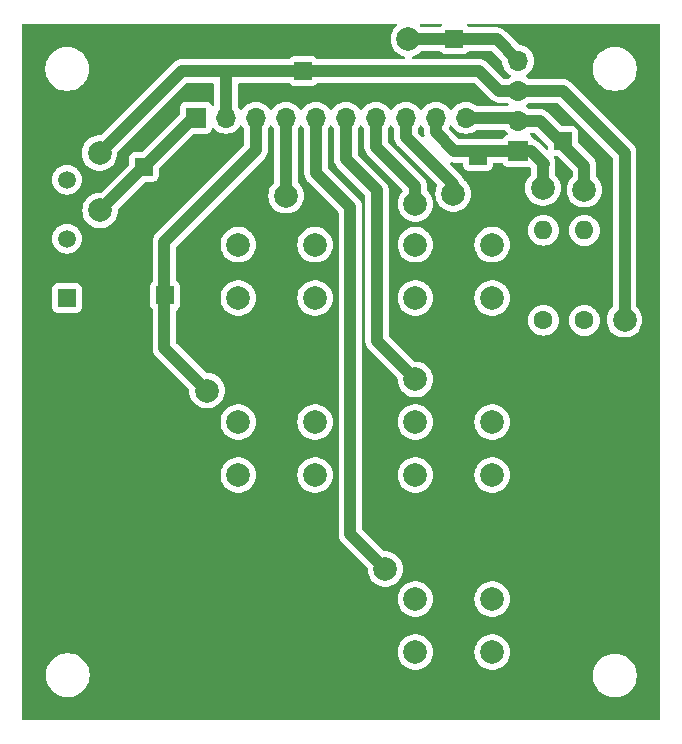
<source format=gbr>
%TF.GenerationSoftware,KiCad,Pcbnew,8.0.5*%
%TF.CreationDate,2024-11-14T11:30:08+01:00*%
%TF.ProjectId,LCD_PCB,4c43445f-5043-4422-9e6b-696361645f70,rev?*%
%TF.SameCoordinates,Original*%
%TF.FileFunction,Copper,L1,Top*%
%TF.FilePolarity,Positive*%
%FSLAX46Y46*%
G04 Gerber Fmt 4.6, Leading zero omitted, Abs format (unit mm)*
G04 Created by KiCad (PCBNEW 8.0.5) date 2024-11-14 11:30:08*
%MOMM*%
%LPD*%
G01*
G04 APERTURE LIST*
%TA.AperFunction,SMDPad,CuDef*%
%ADD10R,1.500000X1.500000*%
%TD*%
%TA.AperFunction,ComponentPad*%
%ADD11C,2.000000*%
%TD*%
%TA.AperFunction,ComponentPad*%
%ADD12C,1.600000*%
%TD*%
%TA.AperFunction,ComponentPad*%
%ADD13O,1.600000X1.600000*%
%TD*%
%TA.AperFunction,ComponentPad*%
%ADD14R,1.500000X1.500000*%
%TD*%
%TA.AperFunction,ComponentPad*%
%ADD15C,1.500000*%
%TD*%
%TA.AperFunction,ComponentPad*%
%ADD16R,1.700000X1.700000*%
%TD*%
%TA.AperFunction,ComponentPad*%
%ADD17O,1.700000X1.700000*%
%TD*%
%TA.AperFunction,ViaPad*%
%ADD18C,2.000000*%
%TD*%
%TA.AperFunction,Conductor*%
%ADD19C,1.000000*%
%TD*%
G04 APERTURE END LIST*
D10*
%TO.P,TP2,1,1*%
%TO.N,control panel pot*%
X100500000Y-44900000D03*
%TD*%
D11*
%TO.P,SW1,1,1*%
%TO.N,Button Down*%
X123500000Y-81500000D03*
X130000000Y-81500000D03*
%TO.P,SW1,2,2*%
%TO.N,GND*%
X123500000Y-86000000D03*
X130000000Y-86000000D03*
%TD*%
%TO.P,SW2,1,1*%
%TO.N,Button Up*%
X123500000Y-51500000D03*
X130000000Y-51500000D03*
%TO.P,SW2,2,2*%
%TO.N,GND*%
X123500000Y-56000000D03*
X130000000Y-56000000D03*
%TD*%
D12*
%TO.P,R1,1*%
%TO.N,5V*%
X134340000Y-57900000D03*
D13*
%TO.P,R1,2*%
%TO.N,lcd SCL*%
X134340000Y-50280000D03*
%TD*%
D12*
%TO.P,R2,1*%
%TO.N,5V*%
X137800000Y-57910000D03*
D13*
%TO.P,R2,2*%
%TO.N,lcd SDA*%
X137800000Y-50290000D03*
%TD*%
D14*
%TO.P,RV1,1,1*%
%TO.N,GND*%
X94000000Y-56000000D03*
D15*
%TO.P,RV1,2,2*%
%TO.N,control panel pot*%
X94000000Y-51000000D03*
%TO.P,RV1,3,3*%
%TO.N,5V*%
X94000000Y-46000000D03*
%TD*%
D11*
%TO.P,SW3,1,1*%
%TO.N,Button OK*%
X123500000Y-66500000D03*
X130000000Y-66500000D03*
%TO.P,SW3,2,2*%
%TO.N,GND*%
X123500000Y-71000000D03*
X130000000Y-71000000D03*
%TD*%
%TO.P,SW5,1,1*%
%TO.N,Button Sleep*%
X108500000Y-66500000D03*
X115000000Y-66500000D03*
%TO.P,SW5,2,2*%
%TO.N,GND*%
X108500000Y-71000000D03*
X115000000Y-71000000D03*
%TD*%
D10*
%TO.P,TP6,1,1*%
%TO.N,5V*%
X114000000Y-36800000D03*
%TD*%
%TO.P,TP4,1,1*%
%TO.N,lcd SDA*%
X136000000Y-42700000D03*
%TD*%
D11*
%TO.P,SW4,1,1*%
%TO.N,Button Back*%
X108500000Y-51500000D03*
X115000000Y-51500000D03*
%TO.P,SW4,2,2*%
%TO.N,GND*%
X108500000Y-56000000D03*
X115000000Y-56000000D03*
%TD*%
D10*
%TO.P,TP3,1,1*%
%TO.N,lcd SCL*%
X128800000Y-44000000D03*
%TD*%
%TO.P,TP5,1,1*%
%TO.N,GND*%
X126800000Y-34100000D03*
%TD*%
%TO.P,TP1,1,1*%
%TO.N,Button Sleep*%
X102300000Y-55800000D03*
%TD*%
D16*
%TO.P,J1,1,Pin_1*%
%TO.N,lcd SCL*%
X132200000Y-43550000D03*
D17*
%TO.P,J1,2,Pin_2*%
%TO.N,lcd SDA*%
X132200000Y-41010000D03*
%TO.P,J1,3,Pin_3*%
%TO.N,5V*%
X132200000Y-38470000D03*
%TO.P,J1,4,Pin_4*%
%TO.N,GND*%
X132200000Y-35930000D03*
%TD*%
D16*
%TO.P,J2,1,Pin_1*%
%TO.N,control panel pot*%
X104920000Y-40750000D03*
D17*
%TO.P,J2,2,Pin_2*%
%TO.N,5V*%
X107460000Y-40750000D03*
%TO.P,J2,3,Pin_3*%
%TO.N,Button Sleep*%
X110000000Y-40750000D03*
%TO.P,J2,4,Pin_4*%
%TO.N,Button Back*%
X112540000Y-40750000D03*
%TO.P,J2,5,Pin_5*%
%TO.N,Button Down*%
X115080000Y-40750000D03*
%TO.P,J2,6,Pin_6*%
%TO.N,Button OK*%
X117620000Y-40750000D03*
%TO.P,J2,7,Pin_7*%
%TO.N,Button Up*%
X120160000Y-40750000D03*
%TO.P,J2,8,Pin_8*%
%TO.N,GND*%
X122700000Y-40750000D03*
%TO.P,J2,9,Pin_9*%
%TO.N,lcd SCL*%
X125240000Y-40750000D03*
%TO.P,J2,10,Pin_10*%
%TO.N,lcd SDA*%
X127780000Y-40750000D03*
%TD*%
D18*
%TO.N,GND*%
X122900000Y-34100000D03*
X126700000Y-47200000D03*
%TO.N,lcd SDA*%
X137800000Y-46850000D03*
%TO.N,lcd SCL*%
X134300000Y-46700000D03*
%TO.N,5V*%
X141200000Y-57850000D03*
X96750000Y-43750000D03*
%TO.N,control panel pot*%
X96800000Y-48600000D03*
%TO.N,Button Down*%
X120950000Y-78950000D03*
%TO.N,Button Back*%
X112550000Y-47350000D03*
%TO.N,Button OK*%
X123500000Y-62900000D03*
%TO.N,Button Up*%
X123500000Y-48050000D03*
%TO.N,Button Sleep*%
X105850000Y-63850000D03*
%TD*%
D19*
%TO.N,GND*%
X130370000Y-34100000D02*
X122900000Y-34100000D01*
X122700000Y-42400000D02*
X126700000Y-46400000D01*
X130370000Y-34100000D02*
X132200000Y-35930000D01*
X122700000Y-40750000D02*
X122700000Y-42400000D01*
X126700000Y-46400000D02*
X126700000Y-47200000D01*
%TO.N,lcd SDA*%
X132200000Y-41010000D02*
X134010000Y-41010000D01*
X137800000Y-44800000D02*
X137800000Y-46850000D01*
X127780000Y-40750000D02*
X131940000Y-40750000D01*
X134010000Y-41010000D02*
X137800000Y-44800000D01*
X131940000Y-40750000D02*
X132200000Y-41010000D01*
%TO.N,lcd SCL*%
X126800000Y-43550000D02*
X132200000Y-43550000D01*
X125240000Y-41990000D02*
X126800000Y-43550000D01*
X134350000Y-44650000D02*
X134300000Y-44700000D01*
X134300000Y-44700000D02*
X134300000Y-46700000D01*
X132200000Y-43550000D02*
X133250000Y-43550000D01*
X125240000Y-40750000D02*
X125240000Y-41990000D01*
X133250000Y-43550000D02*
X134350000Y-44650000D01*
%TO.N,5V*%
X107460000Y-40750000D02*
X107460000Y-39547919D01*
X107450000Y-39537919D02*
X107450000Y-36800000D01*
X135970000Y-38470000D02*
X141200000Y-43700000D01*
X130590000Y-38470000D02*
X132200000Y-38470000D01*
X103700000Y-36800000D02*
X107450000Y-36800000D01*
X128920000Y-36800000D02*
X130590000Y-38470000D01*
X141200000Y-43700000D02*
X141200000Y-57850000D01*
X103700000Y-36800000D02*
X96750000Y-43750000D01*
X107450000Y-36800000D02*
X128920000Y-36800000D01*
X132200000Y-38470000D02*
X135970000Y-38470000D01*
X107460000Y-39547919D02*
X107450000Y-39537919D01*
%TO.N,control panel pot*%
X104650000Y-40750000D02*
X96800000Y-48600000D01*
X104920000Y-40750000D02*
X104920000Y-40880000D01*
X104920000Y-40750000D02*
X104650000Y-40750000D01*
%TO.N,Button Down*%
X118000000Y-48350000D02*
X118000000Y-76000000D01*
X115080000Y-40750000D02*
X115080000Y-45430000D01*
X115080000Y-45430000D02*
X118000000Y-48350000D01*
X118000000Y-76000000D02*
X120950000Y-78950000D01*
%TO.N,Button Back*%
X112540000Y-47340000D02*
X112550000Y-47350000D01*
X112540000Y-40750000D02*
X112540000Y-47340000D01*
%TO.N,Button OK*%
X120250000Y-46900000D02*
X120250000Y-59650000D01*
X117620000Y-40750000D02*
X117620000Y-44270000D01*
X117620000Y-44270000D02*
X120250000Y-46900000D01*
X120250000Y-59650000D02*
X123500000Y-62900000D01*
%TO.N,Button Up*%
X120160000Y-43210000D02*
X123500000Y-46550000D01*
X120160000Y-40750000D02*
X120160000Y-43210000D01*
X123500000Y-46550000D02*
X123500000Y-48050000D01*
%TO.N,Button Sleep*%
X102250000Y-60250000D02*
X105850000Y-63850000D01*
X110000000Y-43500000D02*
X102250000Y-51250000D01*
X102250000Y-51250000D02*
X102250000Y-60250000D01*
X110000000Y-40750000D02*
X110000000Y-43500000D01*
%TD*%
%TA.AperFunction,NonConductor*%
G36*
X125677085Y-32795185D02*
G01*
X125722840Y-32847989D01*
X125732784Y-32917147D01*
X125703759Y-32980703D01*
X125697723Y-32987185D01*
X125692453Y-32992453D01*
X125649515Y-33049812D01*
X125593581Y-33091682D01*
X125550249Y-33099500D01*
X124072855Y-33099500D01*
X124005816Y-33079815D01*
X123981626Y-33059483D01*
X123919750Y-32992268D01*
X123919746Y-32992265D01*
X123919744Y-32992262D01*
X123919740Y-32992259D01*
X123918079Y-32990730D01*
X123917599Y-32989932D01*
X123916271Y-32988489D01*
X123916567Y-32988215D01*
X123882089Y-32930843D01*
X123884189Y-32861005D01*
X123923713Y-32803389D01*
X123988112Y-32776287D01*
X124002062Y-32775500D01*
X125610046Y-32775500D01*
X125677085Y-32795185D01*
G37*
%TD.AperFunction*%
%TA.AperFunction,NonConductor*%
G36*
X125617288Y-35120185D02*
G01*
X125649515Y-35150188D01*
X125692451Y-35207542D01*
X125692454Y-35207546D01*
X125707875Y-35219090D01*
X125807664Y-35293793D01*
X125807671Y-35293797D01*
X125942517Y-35344091D01*
X125942516Y-35344091D01*
X125949444Y-35344835D01*
X126002127Y-35350500D01*
X127597872Y-35350499D01*
X127657483Y-35344091D01*
X127792331Y-35293796D01*
X127907546Y-35207546D01*
X127934227Y-35171903D01*
X127950485Y-35150188D01*
X128006419Y-35108318D01*
X128049751Y-35100500D01*
X129904218Y-35100500D01*
X129971257Y-35120185D01*
X129991899Y-35136819D01*
X130818108Y-35963028D01*
X130851593Y-36024351D01*
X130853955Y-36039900D01*
X130864936Y-36165403D01*
X130864938Y-36165413D01*
X130926094Y-36393655D01*
X130926096Y-36393659D01*
X130926097Y-36393663D01*
X130971982Y-36492063D01*
X131025965Y-36607830D01*
X131025967Y-36607834D01*
X131161501Y-36801395D01*
X131161506Y-36801402D01*
X131328597Y-36968493D01*
X131328603Y-36968498D01*
X131514158Y-37098425D01*
X131557783Y-37153002D01*
X131564977Y-37222500D01*
X131533454Y-37284855D01*
X131514158Y-37301575D01*
X131328597Y-37431505D01*
X131326922Y-37433181D01*
X131326000Y-37433684D01*
X131324449Y-37434986D01*
X131324187Y-37434674D01*
X131265599Y-37466666D01*
X131239241Y-37469500D01*
X131055783Y-37469500D01*
X130988744Y-37449815D01*
X130968102Y-37433181D01*
X129704209Y-36169289D01*
X129704206Y-36169285D01*
X129704206Y-36169286D01*
X129697139Y-36162219D01*
X129697139Y-36162218D01*
X129557782Y-36022861D01*
X129557781Y-36022860D01*
X129557780Y-36022859D01*
X129393920Y-35913371D01*
X129393911Y-35913366D01*
X129321315Y-35883296D01*
X129265165Y-35860038D01*
X129211836Y-35837949D01*
X129211832Y-35837948D01*
X129211828Y-35837946D01*
X129115188Y-35818724D01*
X129018544Y-35799500D01*
X129018541Y-35799500D01*
X123313817Y-35799500D01*
X123246778Y-35779815D01*
X123201023Y-35727011D01*
X123191079Y-35657853D01*
X123220104Y-35594297D01*
X123273554Y-35558219D01*
X123377133Y-35522659D01*
X123504810Y-35478828D01*
X123723509Y-35360474D01*
X123919744Y-35207738D01*
X123944194Y-35181177D01*
X123981626Y-35140517D01*
X124041513Y-35104526D01*
X124072855Y-35100500D01*
X125550249Y-35100500D01*
X125617288Y-35120185D01*
G37*
%TD.AperFunction*%
%TA.AperFunction,NonConductor*%
G36*
X112817288Y-37820185D02*
G01*
X112849515Y-37850188D01*
X112892451Y-37907542D01*
X112892454Y-37907546D01*
X112892457Y-37907548D01*
X113007664Y-37993793D01*
X113007671Y-37993797D01*
X113142517Y-38044091D01*
X113142516Y-38044091D01*
X113149444Y-38044835D01*
X113202127Y-38050500D01*
X114797872Y-38050499D01*
X114857483Y-38044091D01*
X114992331Y-37993796D01*
X115107546Y-37907546D01*
X115145040Y-37857461D01*
X115150485Y-37850188D01*
X115206419Y-37808318D01*
X115249751Y-37800500D01*
X128454218Y-37800500D01*
X128521257Y-37820185D01*
X128541899Y-37836819D01*
X129952215Y-39247137D01*
X129952219Y-39247140D01*
X130116079Y-39356628D01*
X130116085Y-39356631D01*
X130116086Y-39356632D01*
X130298165Y-39432052D01*
X130459389Y-39464121D01*
X130491457Y-39470499D01*
X130491458Y-39470500D01*
X130491459Y-39470500D01*
X130491460Y-39470500D01*
X130688541Y-39470500D01*
X131239242Y-39470500D01*
X131306281Y-39490185D01*
X131326923Y-39506819D01*
X131328597Y-39508493D01*
X131328603Y-39508498D01*
X131350635Y-39523925D01*
X131394260Y-39578501D01*
X131401454Y-39648000D01*
X131369931Y-39710355D01*
X131309702Y-39745769D01*
X131279512Y-39749500D01*
X128740758Y-39749500D01*
X128673719Y-39729815D01*
X128653077Y-39713181D01*
X128651402Y-39711506D01*
X128651395Y-39711501D01*
X128649758Y-39710355D01*
X128574518Y-39657671D01*
X128457834Y-39575967D01*
X128457830Y-39575965D01*
X128457828Y-39575964D01*
X128243663Y-39476097D01*
X128243659Y-39476096D01*
X128243655Y-39476094D01*
X128015413Y-39414938D01*
X128015403Y-39414936D01*
X127780001Y-39394341D01*
X127779999Y-39394341D01*
X127544596Y-39414936D01*
X127544586Y-39414938D01*
X127316344Y-39476094D01*
X127316335Y-39476098D01*
X127102171Y-39575964D01*
X127102169Y-39575965D01*
X126908597Y-39711505D01*
X126741505Y-39878597D01*
X126611575Y-40064158D01*
X126556998Y-40107783D01*
X126487500Y-40114977D01*
X126425145Y-40083454D01*
X126408425Y-40064158D01*
X126278494Y-39878597D01*
X126111402Y-39711506D01*
X126111395Y-39711501D01*
X126109758Y-39710355D01*
X126034518Y-39657671D01*
X125917834Y-39575967D01*
X125917830Y-39575965D01*
X125917828Y-39575964D01*
X125703663Y-39476097D01*
X125703659Y-39476096D01*
X125703655Y-39476094D01*
X125475413Y-39414938D01*
X125475403Y-39414936D01*
X125240001Y-39394341D01*
X125239999Y-39394341D01*
X125004596Y-39414936D01*
X125004586Y-39414938D01*
X124776344Y-39476094D01*
X124776335Y-39476098D01*
X124562171Y-39575964D01*
X124562169Y-39575965D01*
X124368597Y-39711505D01*
X124201505Y-39878597D01*
X124071575Y-40064158D01*
X124016998Y-40107783D01*
X123947500Y-40114977D01*
X123885145Y-40083454D01*
X123868425Y-40064158D01*
X123738494Y-39878597D01*
X123571402Y-39711506D01*
X123571395Y-39711501D01*
X123569758Y-39710355D01*
X123494518Y-39657671D01*
X123377834Y-39575967D01*
X123377830Y-39575965D01*
X123377828Y-39575964D01*
X123163663Y-39476097D01*
X123163659Y-39476096D01*
X123163655Y-39476094D01*
X122935413Y-39414938D01*
X122935403Y-39414936D01*
X122700001Y-39394341D01*
X122699999Y-39394341D01*
X122464596Y-39414936D01*
X122464586Y-39414938D01*
X122236344Y-39476094D01*
X122236335Y-39476098D01*
X122022171Y-39575964D01*
X122022169Y-39575965D01*
X121828597Y-39711505D01*
X121661505Y-39878597D01*
X121531575Y-40064158D01*
X121476998Y-40107783D01*
X121407500Y-40114977D01*
X121345145Y-40083454D01*
X121328425Y-40064158D01*
X121198494Y-39878597D01*
X121031402Y-39711506D01*
X121031395Y-39711501D01*
X121029758Y-39710355D01*
X120954518Y-39657671D01*
X120837834Y-39575967D01*
X120837830Y-39575965D01*
X120837828Y-39575964D01*
X120623663Y-39476097D01*
X120623659Y-39476096D01*
X120623655Y-39476094D01*
X120395413Y-39414938D01*
X120395403Y-39414936D01*
X120160001Y-39394341D01*
X120159999Y-39394341D01*
X119924596Y-39414936D01*
X119924586Y-39414938D01*
X119696344Y-39476094D01*
X119696335Y-39476098D01*
X119482171Y-39575964D01*
X119482169Y-39575965D01*
X119288597Y-39711505D01*
X119121505Y-39878597D01*
X118991575Y-40064158D01*
X118936998Y-40107783D01*
X118867500Y-40114977D01*
X118805145Y-40083454D01*
X118788425Y-40064158D01*
X118658494Y-39878597D01*
X118491402Y-39711506D01*
X118491395Y-39711501D01*
X118489758Y-39710355D01*
X118414518Y-39657671D01*
X118297834Y-39575967D01*
X118297830Y-39575965D01*
X118297828Y-39575964D01*
X118083663Y-39476097D01*
X118083659Y-39476096D01*
X118083655Y-39476094D01*
X117855413Y-39414938D01*
X117855403Y-39414936D01*
X117620001Y-39394341D01*
X117619999Y-39394341D01*
X117384596Y-39414936D01*
X117384586Y-39414938D01*
X117156344Y-39476094D01*
X117156335Y-39476098D01*
X116942171Y-39575964D01*
X116942169Y-39575965D01*
X116748597Y-39711505D01*
X116581505Y-39878597D01*
X116451575Y-40064158D01*
X116396998Y-40107783D01*
X116327500Y-40114977D01*
X116265145Y-40083454D01*
X116248425Y-40064158D01*
X116118494Y-39878597D01*
X115951402Y-39711506D01*
X115951395Y-39711501D01*
X115949758Y-39710355D01*
X115874518Y-39657671D01*
X115757834Y-39575967D01*
X115757830Y-39575965D01*
X115757828Y-39575964D01*
X115543663Y-39476097D01*
X115543659Y-39476096D01*
X115543655Y-39476094D01*
X115315413Y-39414938D01*
X115315403Y-39414936D01*
X115080001Y-39394341D01*
X115079999Y-39394341D01*
X114844596Y-39414936D01*
X114844586Y-39414938D01*
X114616344Y-39476094D01*
X114616335Y-39476098D01*
X114402171Y-39575964D01*
X114402169Y-39575965D01*
X114208597Y-39711505D01*
X114041505Y-39878597D01*
X113911575Y-40064158D01*
X113856998Y-40107783D01*
X113787500Y-40114977D01*
X113725145Y-40083454D01*
X113708425Y-40064158D01*
X113578494Y-39878597D01*
X113411402Y-39711506D01*
X113411395Y-39711501D01*
X113409758Y-39710355D01*
X113334518Y-39657671D01*
X113217834Y-39575967D01*
X113217830Y-39575965D01*
X113217828Y-39575964D01*
X113003663Y-39476097D01*
X113003659Y-39476096D01*
X113003655Y-39476094D01*
X112775413Y-39414938D01*
X112775403Y-39414936D01*
X112540001Y-39394341D01*
X112539999Y-39394341D01*
X112304596Y-39414936D01*
X112304586Y-39414938D01*
X112076344Y-39476094D01*
X112076335Y-39476098D01*
X111862171Y-39575964D01*
X111862169Y-39575965D01*
X111668597Y-39711505D01*
X111501505Y-39878597D01*
X111371575Y-40064158D01*
X111316998Y-40107783D01*
X111247500Y-40114977D01*
X111185145Y-40083454D01*
X111168425Y-40064158D01*
X111038494Y-39878597D01*
X110871402Y-39711506D01*
X110871395Y-39711501D01*
X110869758Y-39710355D01*
X110794518Y-39657671D01*
X110677834Y-39575967D01*
X110677830Y-39575965D01*
X110677828Y-39575964D01*
X110463663Y-39476097D01*
X110463659Y-39476096D01*
X110463655Y-39476094D01*
X110235413Y-39414938D01*
X110235403Y-39414936D01*
X110000001Y-39394341D01*
X109999999Y-39394341D01*
X109764596Y-39414936D01*
X109764586Y-39414938D01*
X109536344Y-39476094D01*
X109536335Y-39476098D01*
X109322171Y-39575964D01*
X109322169Y-39575965D01*
X109128597Y-39711505D01*
X108961505Y-39878597D01*
X108831575Y-40064158D01*
X108776998Y-40107783D01*
X108707500Y-40114977D01*
X108645145Y-40083454D01*
X108628425Y-40064158D01*
X108498494Y-39878597D01*
X108496819Y-39876922D01*
X108496315Y-39876000D01*
X108495014Y-39874449D01*
X108495325Y-39874187D01*
X108463334Y-39815599D01*
X108460500Y-39789241D01*
X108460500Y-39449376D01*
X108452883Y-39411086D01*
X108450500Y-39386893D01*
X108450500Y-37924500D01*
X108470185Y-37857461D01*
X108522989Y-37811706D01*
X108574500Y-37800500D01*
X112750249Y-37800500D01*
X112817288Y-37820185D01*
G37*
%TD.AperFunction*%
%TA.AperFunction,NonConductor*%
G36*
X124054855Y-41416546D02*
G01*
X124071575Y-41435842D01*
X124201501Y-41621396D01*
X124201506Y-41621402D01*
X124203181Y-41623077D01*
X124203682Y-41623995D01*
X124204982Y-41625544D01*
X124204670Y-41625805D01*
X124236666Y-41684400D01*
X124239500Y-41710758D01*
X124239500Y-42088544D01*
X124268021Y-42231930D01*
X124261794Y-42301522D01*
X124218931Y-42356699D01*
X124153041Y-42379943D01*
X124085044Y-42363875D01*
X124058723Y-42343802D01*
X123736819Y-42021898D01*
X123703334Y-41960575D01*
X123700500Y-41934217D01*
X123700500Y-41710758D01*
X123720185Y-41643719D01*
X123736819Y-41623077D01*
X123738495Y-41621401D01*
X123858861Y-41449501D01*
X123868425Y-41435842D01*
X123923002Y-41392217D01*
X123992500Y-41385023D01*
X124054855Y-41416546D01*
G37*
%TD.AperFunction*%
%TA.AperFunction,NonConductor*%
G36*
X126594856Y-41416546D02*
G01*
X126611575Y-41435842D01*
X126738281Y-41616798D01*
X126741505Y-41621401D01*
X126908599Y-41788495D01*
X126985749Y-41842516D01*
X127102165Y-41924032D01*
X127102167Y-41924033D01*
X127102170Y-41924035D01*
X127316337Y-42023903D01*
X127544592Y-42085063D01*
X127732918Y-42101539D01*
X127779999Y-42105659D01*
X127780000Y-42105659D01*
X127780001Y-42105659D01*
X127819234Y-42102226D01*
X128015408Y-42085063D01*
X128243663Y-42023903D01*
X128457830Y-41924035D01*
X128651401Y-41788495D01*
X128653077Y-41786819D01*
X128653995Y-41786317D01*
X128655544Y-41785018D01*
X128655805Y-41785329D01*
X128714400Y-41753334D01*
X128740758Y-41750500D01*
X131005297Y-41750500D01*
X131072336Y-41770185D01*
X131106869Y-41803373D01*
X131161505Y-41881401D01*
X131161509Y-41881405D01*
X131283430Y-42003326D01*
X131316915Y-42064649D01*
X131311931Y-42134341D01*
X131270059Y-42190274D01*
X131239083Y-42207189D01*
X131107669Y-42256203D01*
X131107664Y-42256206D01*
X130992455Y-42342452D01*
X130992452Y-42342455D01*
X130906206Y-42457664D01*
X130906204Y-42457668D01*
X130906204Y-42457669D01*
X130902039Y-42468834D01*
X130860171Y-42524766D01*
X130794707Y-42549184D01*
X130785859Y-42549500D01*
X127265782Y-42549500D01*
X127198743Y-42529815D01*
X127178101Y-42513181D01*
X126355291Y-41690371D01*
X126321806Y-41629048D01*
X126326790Y-41559356D01*
X126341393Y-41531572D01*
X126408426Y-41435839D01*
X126463003Y-41392216D01*
X126532501Y-41385024D01*
X126594856Y-41416546D01*
G37*
%TD.AperFunction*%
%TA.AperFunction,NonConductor*%
G36*
X133611257Y-42030185D02*
G01*
X133631899Y-42046819D01*
X134713181Y-43128102D01*
X134746666Y-43189425D01*
X134749500Y-43215783D01*
X134749500Y-43335218D01*
X134729815Y-43402257D01*
X134677011Y-43448012D01*
X134607853Y-43457956D01*
X134544297Y-43428931D01*
X134537819Y-43422899D01*
X134031479Y-42916559D01*
X134031459Y-42916537D01*
X133887785Y-42772863D01*
X133887781Y-42772860D01*
X133723920Y-42663371D01*
X133723911Y-42663366D01*
X133638002Y-42627782D01*
X133595165Y-42610038D01*
X133592331Y-42608864D01*
X133537936Y-42565012D01*
X133523624Y-42537644D01*
X133493796Y-42457668D01*
X133493794Y-42457666D01*
X133407547Y-42342455D01*
X133407544Y-42342452D01*
X133292335Y-42256206D01*
X133292328Y-42256202D01*
X133277527Y-42250682D01*
X133221593Y-42208811D01*
X133197176Y-42143346D01*
X133212028Y-42075073D01*
X133261433Y-42025668D01*
X133320860Y-42010500D01*
X133544218Y-42010500D01*
X133611257Y-42030185D01*
G37*
%TD.AperFunction*%
%TA.AperFunction,NonConductor*%
G36*
X121864977Y-32795185D02*
G01*
X121910732Y-32847989D01*
X121920676Y-32917147D01*
X121891651Y-32980703D01*
X121881921Y-32990730D01*
X121880256Y-32992262D01*
X121711833Y-33175217D01*
X121575826Y-33383393D01*
X121475936Y-33611118D01*
X121414892Y-33852175D01*
X121414890Y-33852187D01*
X121394357Y-34099994D01*
X121394357Y-34100005D01*
X121414890Y-34347812D01*
X121414892Y-34347824D01*
X121475936Y-34588881D01*
X121575826Y-34816606D01*
X121711833Y-35024782D01*
X121711836Y-35024785D01*
X121880256Y-35207738D01*
X122076491Y-35360474D01*
X122076493Y-35360475D01*
X122272121Y-35466344D01*
X122295190Y-35478828D01*
X122387612Y-35510556D01*
X122526446Y-35558219D01*
X122583461Y-35598604D01*
X122609592Y-35663404D01*
X122596541Y-35732044D01*
X122548452Y-35782732D01*
X122486183Y-35799500D01*
X115249751Y-35799500D01*
X115182712Y-35779815D01*
X115150485Y-35749812D01*
X115119939Y-35709009D01*
X115107546Y-35692454D01*
X115107542Y-35692451D01*
X114992335Y-35606206D01*
X114992328Y-35606202D01*
X114857482Y-35555908D01*
X114857483Y-35555908D01*
X114797883Y-35549501D01*
X114797881Y-35549500D01*
X114797873Y-35549500D01*
X114797864Y-35549500D01*
X113202129Y-35549500D01*
X113202123Y-35549501D01*
X113142516Y-35555908D01*
X113007671Y-35606202D01*
X113007664Y-35606206D01*
X112892457Y-35692451D01*
X112892451Y-35692457D01*
X112849515Y-35749812D01*
X112793581Y-35791682D01*
X112750249Y-35799500D01*
X103601455Y-35799500D01*
X103504812Y-35818724D01*
X103408167Y-35837947D01*
X103408161Y-35837949D01*
X103354834Y-35860037D01*
X103354834Y-35860038D01*
X103301505Y-35882127D01*
X103226087Y-35913367D01*
X103226083Y-35913369D01*
X103093250Y-36002125D01*
X103093249Y-36002127D01*
X103070622Y-36017246D01*
X103062212Y-36022865D01*
X96871899Y-42213181D01*
X96810576Y-42246666D01*
X96784218Y-42249500D01*
X96625665Y-42249500D01*
X96380383Y-42290429D01*
X96145197Y-42371169D01*
X96145188Y-42371172D01*
X95926493Y-42489524D01*
X95730257Y-42642261D01*
X95561833Y-42825217D01*
X95425826Y-43033393D01*
X95325936Y-43261118D01*
X95264892Y-43502175D01*
X95264890Y-43502187D01*
X95244357Y-43749994D01*
X95244357Y-43750005D01*
X95264890Y-43997812D01*
X95264892Y-43997824D01*
X95325936Y-44238881D01*
X95425826Y-44466606D01*
X95561833Y-44674782D01*
X95561836Y-44674785D01*
X95730256Y-44857738D01*
X95926491Y-45010474D01*
X96145190Y-45128828D01*
X96380386Y-45209571D01*
X96625665Y-45250500D01*
X96874335Y-45250500D01*
X97119614Y-45209571D01*
X97354810Y-45128828D01*
X97573509Y-45010474D01*
X97769744Y-44857738D01*
X97938164Y-44674785D01*
X98074173Y-44466607D01*
X98174063Y-44238881D01*
X98235108Y-43997821D01*
X98235109Y-43997812D01*
X98255643Y-43750004D01*
X98255643Y-43749995D01*
X98253447Y-43723498D01*
X98267527Y-43655062D01*
X98289339Y-43625579D01*
X104078102Y-37836819D01*
X104139425Y-37803334D01*
X104165783Y-37800500D01*
X106325500Y-37800500D01*
X106392539Y-37820185D01*
X106438294Y-37872989D01*
X106449500Y-37924500D01*
X106449500Y-39603500D01*
X106429815Y-39670539D01*
X106377011Y-39716294D01*
X106307853Y-39726238D01*
X106244297Y-39697213D01*
X106216670Y-39662930D01*
X106213797Y-39657669D01*
X106127547Y-39542455D01*
X106127544Y-39542452D01*
X106012335Y-39456206D01*
X106012328Y-39456202D01*
X105877482Y-39405908D01*
X105877483Y-39405908D01*
X105817883Y-39399501D01*
X105817881Y-39399500D01*
X105817873Y-39399500D01*
X105817864Y-39399500D01*
X104022129Y-39399500D01*
X104022123Y-39399501D01*
X103962516Y-39405908D01*
X103827671Y-39456202D01*
X103827664Y-39456206D01*
X103712455Y-39542452D01*
X103712452Y-39542455D01*
X103626206Y-39657664D01*
X103626202Y-39657671D01*
X103575908Y-39792517D01*
X103569501Y-39852116D01*
X103569500Y-39852135D01*
X103569500Y-40364216D01*
X103549815Y-40431255D01*
X103533181Y-40451897D01*
X100371896Y-43613181D01*
X100310573Y-43646666D01*
X100284215Y-43649500D01*
X99702129Y-43649500D01*
X99702123Y-43649501D01*
X99642516Y-43655908D01*
X99507671Y-43706202D01*
X99507664Y-43706206D01*
X99392455Y-43792452D01*
X99392452Y-43792455D01*
X99306206Y-43907664D01*
X99306202Y-43907671D01*
X99255908Y-44042517D01*
X99249501Y-44102116D01*
X99249500Y-44102135D01*
X99249500Y-44684217D01*
X99229815Y-44751256D01*
X99213181Y-44771898D01*
X96921899Y-47063181D01*
X96860576Y-47096666D01*
X96834218Y-47099500D01*
X96675665Y-47099500D01*
X96430383Y-47140429D01*
X96195197Y-47221169D01*
X96195188Y-47221172D01*
X95976493Y-47339524D01*
X95780257Y-47492261D01*
X95611833Y-47675217D01*
X95475826Y-47883393D01*
X95375936Y-48111118D01*
X95314892Y-48352175D01*
X95314890Y-48352187D01*
X95294357Y-48599994D01*
X95294357Y-48600005D01*
X95314890Y-48847812D01*
X95314892Y-48847824D01*
X95375936Y-49088881D01*
X95475826Y-49316606D01*
X95611833Y-49524782D01*
X95611836Y-49524785D01*
X95780256Y-49707738D01*
X95976491Y-49860474D01*
X96195190Y-49978828D01*
X96430386Y-50059571D01*
X96675665Y-50100500D01*
X96924335Y-50100500D01*
X97169614Y-50059571D01*
X97404810Y-49978828D01*
X97623509Y-49860474D01*
X97819744Y-49707738D01*
X97988164Y-49524785D01*
X98124173Y-49316607D01*
X98224063Y-49088881D01*
X98285108Y-48847821D01*
X98287763Y-48815782D01*
X98305643Y-48600004D01*
X98305643Y-48599995D01*
X98303447Y-48573498D01*
X98317527Y-48505062D01*
X98339339Y-48475579D01*
X100628102Y-46186818D01*
X100689425Y-46153333D01*
X100715783Y-46150499D01*
X101297871Y-46150499D01*
X101297872Y-46150499D01*
X101357483Y-46144091D01*
X101492331Y-46093796D01*
X101607546Y-46007546D01*
X101693796Y-45892331D01*
X101744091Y-45757483D01*
X101750500Y-45697873D01*
X101750499Y-45115780D01*
X101770183Y-45048742D01*
X101786813Y-45028105D01*
X104678102Y-42136818D01*
X104739425Y-42103333D01*
X104765783Y-42100499D01*
X105817871Y-42100499D01*
X105817872Y-42100499D01*
X105877483Y-42094091D01*
X106012331Y-42043796D01*
X106127546Y-41957546D01*
X106213796Y-41842331D01*
X106262810Y-41710916D01*
X106304681Y-41654984D01*
X106370145Y-41630566D01*
X106438418Y-41645417D01*
X106466673Y-41666569D01*
X106588599Y-41788495D01*
X106665749Y-41842516D01*
X106782165Y-41924032D01*
X106782167Y-41924033D01*
X106782170Y-41924035D01*
X106996337Y-42023903D01*
X107224592Y-42085063D01*
X107412918Y-42101539D01*
X107459999Y-42105659D01*
X107460000Y-42105659D01*
X107460001Y-42105659D01*
X107499234Y-42102226D01*
X107695408Y-42085063D01*
X107923663Y-42023903D01*
X108137830Y-41924035D01*
X108331401Y-41788495D01*
X108498495Y-41621401D01*
X108618861Y-41449501D01*
X108628425Y-41435842D01*
X108683002Y-41392217D01*
X108752500Y-41385023D01*
X108814855Y-41416546D01*
X108831575Y-41435842D01*
X108961501Y-41621396D01*
X108961506Y-41621402D01*
X108963181Y-41623077D01*
X108963682Y-41623995D01*
X108964982Y-41625544D01*
X108964670Y-41625805D01*
X108996666Y-41684400D01*
X108999500Y-41710758D01*
X108999500Y-43034217D01*
X108979815Y-43101256D01*
X108963181Y-43121898D01*
X105283622Y-46801457D01*
X101612221Y-50472858D01*
X101612218Y-50472861D01*
X101568393Y-50516686D01*
X101472859Y-50612219D01*
X101363371Y-50776080D01*
X101363364Y-50776093D01*
X101331081Y-50854035D01*
X101294341Y-50942734D01*
X101290961Y-50950893D01*
X101287948Y-50958166D01*
X101287947Y-50958171D01*
X101249500Y-51151454D01*
X101249500Y-54587679D01*
X101229815Y-54654718D01*
X101199813Y-54686944D01*
X101192459Y-54692449D01*
X101192451Y-54692457D01*
X101106206Y-54807664D01*
X101106202Y-54807671D01*
X101055908Y-54942517D01*
X101049501Y-55002116D01*
X101049501Y-55002123D01*
X101049500Y-55002135D01*
X101049500Y-56597870D01*
X101049501Y-56597876D01*
X101055908Y-56657483D01*
X101106202Y-56792328D01*
X101106203Y-56792329D01*
X101106204Y-56792331D01*
X101154976Y-56857482D01*
X101192454Y-56907546D01*
X101199808Y-56913051D01*
X101241681Y-56968983D01*
X101249500Y-57012320D01*
X101249500Y-60348541D01*
X101249500Y-60348543D01*
X101249499Y-60348543D01*
X101287947Y-60541829D01*
X101287950Y-60541839D01*
X101363364Y-60723907D01*
X101363371Y-60723920D01*
X101472860Y-60887781D01*
X101472863Y-60887785D01*
X101616537Y-61031459D01*
X101616559Y-61031479D01*
X104310657Y-63725577D01*
X104344142Y-63786900D01*
X104346553Y-63823495D01*
X104346446Y-63824785D01*
X104344358Y-63849994D01*
X104344357Y-63850002D01*
X104344357Y-63850005D01*
X104364890Y-64097812D01*
X104364892Y-64097824D01*
X104425936Y-64338881D01*
X104525826Y-64566606D01*
X104661833Y-64774782D01*
X104661836Y-64774785D01*
X104830256Y-64957738D01*
X105026491Y-65110474D01*
X105245190Y-65228828D01*
X105480386Y-65309571D01*
X105725665Y-65350500D01*
X105974335Y-65350500D01*
X106219614Y-65309571D01*
X106454810Y-65228828D01*
X106673509Y-65110474D01*
X106869744Y-64957738D01*
X107038164Y-64774785D01*
X107174173Y-64566607D01*
X107274063Y-64338881D01*
X107335108Y-64097821D01*
X107335109Y-64097812D01*
X107355643Y-63850005D01*
X107355643Y-63849994D01*
X107335109Y-63602187D01*
X107335107Y-63602175D01*
X107274063Y-63361118D01*
X107174173Y-63133393D01*
X107038166Y-62925217D01*
X106937826Y-62816219D01*
X106869744Y-62742262D01*
X106673509Y-62589526D01*
X106673507Y-62589525D01*
X106673506Y-62589524D01*
X106454811Y-62471172D01*
X106454802Y-62471169D01*
X106219616Y-62390429D01*
X105974335Y-62349500D01*
X105815782Y-62349500D01*
X105748743Y-62329815D01*
X105728101Y-62313181D01*
X103286819Y-59871899D01*
X103253334Y-59810576D01*
X103250500Y-59784218D01*
X103250500Y-57087180D01*
X103270185Y-57020141D01*
X103300187Y-56987914D01*
X103407546Y-56907546D01*
X103493796Y-56792331D01*
X103544091Y-56657483D01*
X103550500Y-56597873D01*
X103550500Y-55999994D01*
X106994357Y-55999994D01*
X106994357Y-56000005D01*
X107014890Y-56247812D01*
X107014892Y-56247824D01*
X107075936Y-56488881D01*
X107175826Y-56716606D01*
X107311833Y-56924782D01*
X107311836Y-56924785D01*
X107480256Y-57107738D01*
X107676491Y-57260474D01*
X107895190Y-57378828D01*
X108130386Y-57459571D01*
X108375665Y-57500500D01*
X108624335Y-57500500D01*
X108869614Y-57459571D01*
X109104810Y-57378828D01*
X109323509Y-57260474D01*
X109519744Y-57107738D01*
X109688164Y-56924785D01*
X109824173Y-56716607D01*
X109924063Y-56488881D01*
X109985108Y-56247821D01*
X110005643Y-56000000D01*
X110005643Y-55999994D01*
X113494357Y-55999994D01*
X113494357Y-56000005D01*
X113514890Y-56247812D01*
X113514892Y-56247824D01*
X113575936Y-56488881D01*
X113675826Y-56716606D01*
X113811833Y-56924782D01*
X113811836Y-56924785D01*
X113980256Y-57107738D01*
X114176491Y-57260474D01*
X114395190Y-57378828D01*
X114630386Y-57459571D01*
X114875665Y-57500500D01*
X115124335Y-57500500D01*
X115369614Y-57459571D01*
X115604810Y-57378828D01*
X115823509Y-57260474D01*
X116019744Y-57107738D01*
X116188164Y-56924785D01*
X116324173Y-56716607D01*
X116424063Y-56488881D01*
X116485108Y-56247821D01*
X116505643Y-56000000D01*
X116485108Y-55752179D01*
X116424063Y-55511119D01*
X116324173Y-55283393D01*
X116271080Y-55202128D01*
X116188166Y-55075217D01*
X116125985Y-55007671D01*
X116019744Y-54892262D01*
X115823509Y-54739526D01*
X115823507Y-54739525D01*
X115823506Y-54739524D01*
X115604811Y-54621172D01*
X115604802Y-54621169D01*
X115369616Y-54540429D01*
X115124335Y-54499500D01*
X114875665Y-54499500D01*
X114630383Y-54540429D01*
X114395197Y-54621169D01*
X114395188Y-54621172D01*
X114176493Y-54739524D01*
X113980257Y-54892261D01*
X113811833Y-55075217D01*
X113675826Y-55283393D01*
X113575936Y-55511118D01*
X113514892Y-55752175D01*
X113514890Y-55752187D01*
X113494357Y-55999994D01*
X110005643Y-55999994D01*
X109985108Y-55752179D01*
X109924063Y-55511119D01*
X109824173Y-55283393D01*
X109771080Y-55202128D01*
X109688166Y-55075217D01*
X109625985Y-55007671D01*
X109519744Y-54892262D01*
X109323509Y-54739526D01*
X109323507Y-54739525D01*
X109323506Y-54739524D01*
X109104811Y-54621172D01*
X109104802Y-54621169D01*
X108869616Y-54540429D01*
X108624335Y-54499500D01*
X108375665Y-54499500D01*
X108130383Y-54540429D01*
X107895197Y-54621169D01*
X107895188Y-54621172D01*
X107676493Y-54739524D01*
X107480257Y-54892261D01*
X107311833Y-55075217D01*
X107175826Y-55283393D01*
X107075936Y-55511118D01*
X107014892Y-55752175D01*
X107014890Y-55752187D01*
X106994357Y-55999994D01*
X103550500Y-55999994D01*
X103550499Y-55002128D01*
X103544091Y-54942517D01*
X103493796Y-54807669D01*
X103493795Y-54807668D01*
X103493793Y-54807664D01*
X103407547Y-54692455D01*
X103400185Y-54686944D01*
X103380693Y-54672352D01*
X103300188Y-54612085D01*
X103258318Y-54556151D01*
X103250500Y-54512819D01*
X103250500Y-51715781D01*
X103270185Y-51648742D01*
X103286814Y-51628105D01*
X103414925Y-51499994D01*
X106994357Y-51499994D01*
X106994357Y-51500005D01*
X107014890Y-51747812D01*
X107014892Y-51747824D01*
X107075936Y-51988881D01*
X107175826Y-52216606D01*
X107311833Y-52424782D01*
X107311836Y-52424785D01*
X107480256Y-52607738D01*
X107676491Y-52760474D01*
X107895190Y-52878828D01*
X108130386Y-52959571D01*
X108375665Y-53000500D01*
X108624335Y-53000500D01*
X108869614Y-52959571D01*
X109104810Y-52878828D01*
X109323509Y-52760474D01*
X109519744Y-52607738D01*
X109688164Y-52424785D01*
X109824173Y-52216607D01*
X109924063Y-51988881D01*
X109985108Y-51747821D01*
X109993318Y-51648742D01*
X110005643Y-51500005D01*
X110005643Y-51499994D01*
X113494357Y-51499994D01*
X113494357Y-51500005D01*
X113514890Y-51747812D01*
X113514892Y-51747824D01*
X113575936Y-51988881D01*
X113675826Y-52216606D01*
X113811833Y-52424782D01*
X113811836Y-52424785D01*
X113980256Y-52607738D01*
X114176491Y-52760474D01*
X114395190Y-52878828D01*
X114630386Y-52959571D01*
X114875665Y-53000500D01*
X115124335Y-53000500D01*
X115369614Y-52959571D01*
X115604810Y-52878828D01*
X115823509Y-52760474D01*
X116019744Y-52607738D01*
X116188164Y-52424785D01*
X116324173Y-52216607D01*
X116424063Y-51988881D01*
X116485108Y-51747821D01*
X116493318Y-51648742D01*
X116505643Y-51500005D01*
X116505643Y-51499994D01*
X116485109Y-51252187D01*
X116485107Y-51252175D01*
X116424063Y-51011118D01*
X116324173Y-50783393D01*
X116188166Y-50575217D01*
X116134284Y-50516686D01*
X116019744Y-50392262D01*
X115823509Y-50239526D01*
X115823507Y-50239525D01*
X115823506Y-50239524D01*
X115604811Y-50121172D01*
X115604802Y-50121169D01*
X115369616Y-50040429D01*
X115124335Y-49999500D01*
X114875665Y-49999500D01*
X114630383Y-50040429D01*
X114395197Y-50121169D01*
X114395188Y-50121172D01*
X114176493Y-50239524D01*
X113980257Y-50392261D01*
X113811833Y-50575217D01*
X113675826Y-50783393D01*
X113575936Y-51011118D01*
X113514892Y-51252175D01*
X113514890Y-51252187D01*
X113494357Y-51499994D01*
X110005643Y-51499994D01*
X109985109Y-51252187D01*
X109985107Y-51252175D01*
X109924063Y-51011118D01*
X109824173Y-50783393D01*
X109688166Y-50575217D01*
X109634284Y-50516686D01*
X109519744Y-50392262D01*
X109323509Y-50239526D01*
X109323507Y-50239525D01*
X109323506Y-50239524D01*
X109104811Y-50121172D01*
X109104802Y-50121169D01*
X108869616Y-50040429D01*
X108624335Y-49999500D01*
X108375665Y-49999500D01*
X108130383Y-50040429D01*
X107895197Y-50121169D01*
X107895188Y-50121172D01*
X107676493Y-50239524D01*
X107480257Y-50392261D01*
X107311833Y-50575217D01*
X107175826Y-50783393D01*
X107075936Y-51011118D01*
X107014892Y-51252175D01*
X107014890Y-51252187D01*
X106994357Y-51499994D01*
X103414925Y-51499994D01*
X110637778Y-44277141D01*
X110637782Y-44277139D01*
X110777139Y-44137782D01*
X110886632Y-43973914D01*
X110941340Y-43841836D01*
X110962051Y-43791836D01*
X110987038Y-43666219D01*
X110990363Y-43649502D01*
X110990363Y-43649500D01*
X111000500Y-43598542D01*
X111000500Y-41710758D01*
X111020185Y-41643719D01*
X111036819Y-41623077D01*
X111038495Y-41621401D01*
X111158861Y-41449501D01*
X111168425Y-41435842D01*
X111223002Y-41392217D01*
X111292500Y-41385023D01*
X111354855Y-41416546D01*
X111371575Y-41435842D01*
X111501501Y-41621396D01*
X111501506Y-41621402D01*
X111503181Y-41623077D01*
X111503682Y-41623995D01*
X111504982Y-41625544D01*
X111504670Y-41625805D01*
X111536666Y-41684400D01*
X111539500Y-41710758D01*
X111539500Y-46183835D01*
X111519815Y-46250874D01*
X111506730Y-46267818D01*
X111361833Y-46425217D01*
X111225826Y-46633393D01*
X111125936Y-46861118D01*
X111064892Y-47102175D01*
X111064890Y-47102187D01*
X111044357Y-47349994D01*
X111044357Y-47350005D01*
X111064890Y-47597812D01*
X111064892Y-47597824D01*
X111125936Y-47838881D01*
X111225826Y-48066606D01*
X111361833Y-48274782D01*
X111361836Y-48274785D01*
X111530256Y-48457738D01*
X111726491Y-48610474D01*
X111726493Y-48610475D01*
X111943846Y-48728101D01*
X111945190Y-48728828D01*
X112180386Y-48809571D01*
X112425665Y-48850500D01*
X112674335Y-48850500D01*
X112919614Y-48809571D01*
X113154810Y-48728828D01*
X113373509Y-48610474D01*
X113569744Y-48457738D01*
X113738164Y-48274785D01*
X113874173Y-48066607D01*
X113974063Y-47838881D01*
X114035108Y-47597821D01*
X114035109Y-47597812D01*
X114055643Y-47350005D01*
X114055643Y-47349994D01*
X114035109Y-47102187D01*
X114035107Y-47102175D01*
X113974063Y-46861118D01*
X113874173Y-46633393D01*
X113738166Y-46425217D01*
X113707004Y-46391366D01*
X113573269Y-46246091D01*
X113542348Y-46183438D01*
X113540500Y-46162110D01*
X113540500Y-41710758D01*
X113560185Y-41643719D01*
X113576819Y-41623077D01*
X113578495Y-41621401D01*
X113698861Y-41449501D01*
X113708425Y-41435842D01*
X113763002Y-41392217D01*
X113832500Y-41385023D01*
X113894855Y-41416546D01*
X113911575Y-41435842D01*
X114041501Y-41621396D01*
X114041506Y-41621402D01*
X114043181Y-41623077D01*
X114043682Y-41623995D01*
X114044982Y-41625544D01*
X114044670Y-41625805D01*
X114076666Y-41684400D01*
X114079500Y-41710758D01*
X114079500Y-45528544D01*
X114113181Y-45697870D01*
X114117948Y-45721831D01*
X114117950Y-45721839D01*
X114193364Y-45903907D01*
X114193371Y-45903920D01*
X114302859Y-46067780D01*
X114302860Y-46067781D01*
X114302861Y-46067782D01*
X114442218Y-46207139D01*
X114442219Y-46207139D01*
X114449286Y-46214206D01*
X114449285Y-46214206D01*
X114449289Y-46214209D01*
X116963181Y-48728101D01*
X116996666Y-48789424D01*
X116999500Y-48815782D01*
X116999500Y-76098541D01*
X116999500Y-76098543D01*
X116999499Y-76098543D01*
X117037947Y-76291829D01*
X117037950Y-76291839D01*
X117113364Y-76473907D01*
X117113371Y-76473920D01*
X117222860Y-76637781D01*
X117222863Y-76637785D01*
X117366537Y-76781459D01*
X117366559Y-76781479D01*
X119410657Y-78825577D01*
X119444142Y-78886900D01*
X119446553Y-78923495D01*
X119444358Y-78949994D01*
X119444357Y-78950002D01*
X119444357Y-78950005D01*
X119464890Y-79197812D01*
X119464892Y-79197824D01*
X119525936Y-79438881D01*
X119625826Y-79666606D01*
X119761833Y-79874782D01*
X119761836Y-79874785D01*
X119930256Y-80057738D01*
X120126491Y-80210474D01*
X120345190Y-80328828D01*
X120580386Y-80409571D01*
X120825665Y-80450500D01*
X121074335Y-80450500D01*
X121319614Y-80409571D01*
X121554810Y-80328828D01*
X121773509Y-80210474D01*
X121969744Y-80057738D01*
X122138164Y-79874785D01*
X122274173Y-79666607D01*
X122374063Y-79438881D01*
X122435108Y-79197821D01*
X122455643Y-78950000D01*
X122450414Y-78886900D01*
X122435109Y-78702187D01*
X122435107Y-78702175D01*
X122374063Y-78461118D01*
X122274173Y-78233393D01*
X122138166Y-78025217D01*
X122116557Y-78001744D01*
X121969744Y-77842262D01*
X121773509Y-77689526D01*
X121773507Y-77689525D01*
X121773506Y-77689524D01*
X121554811Y-77571172D01*
X121554802Y-77571169D01*
X121319616Y-77490429D01*
X121074335Y-77449500D01*
X120915782Y-77449500D01*
X120848743Y-77429815D01*
X120828101Y-77413181D01*
X119036819Y-75621899D01*
X119003334Y-75560576D01*
X119000500Y-75534218D01*
X119000500Y-70999994D01*
X121994357Y-70999994D01*
X121994357Y-71000005D01*
X122014890Y-71247812D01*
X122014892Y-71247824D01*
X122075936Y-71488881D01*
X122175826Y-71716606D01*
X122311833Y-71924782D01*
X122311836Y-71924785D01*
X122480256Y-72107738D01*
X122676491Y-72260474D01*
X122895190Y-72378828D01*
X123130386Y-72459571D01*
X123375665Y-72500500D01*
X123624335Y-72500500D01*
X123869614Y-72459571D01*
X124104810Y-72378828D01*
X124323509Y-72260474D01*
X124519744Y-72107738D01*
X124688164Y-71924785D01*
X124824173Y-71716607D01*
X124924063Y-71488881D01*
X124985108Y-71247821D01*
X125005643Y-71000000D01*
X125005643Y-70999994D01*
X128494357Y-70999994D01*
X128494357Y-71000005D01*
X128514890Y-71247812D01*
X128514892Y-71247824D01*
X128575936Y-71488881D01*
X128675826Y-71716606D01*
X128811833Y-71924782D01*
X128811836Y-71924785D01*
X128980256Y-72107738D01*
X129176491Y-72260474D01*
X129395190Y-72378828D01*
X129630386Y-72459571D01*
X129875665Y-72500500D01*
X130124335Y-72500500D01*
X130369614Y-72459571D01*
X130604810Y-72378828D01*
X130823509Y-72260474D01*
X131019744Y-72107738D01*
X131188164Y-71924785D01*
X131324173Y-71716607D01*
X131424063Y-71488881D01*
X131485108Y-71247821D01*
X131505643Y-71000000D01*
X131485108Y-70752179D01*
X131424063Y-70511119D01*
X131324173Y-70283393D01*
X131188166Y-70075217D01*
X131166557Y-70051744D01*
X131019744Y-69892262D01*
X130823509Y-69739526D01*
X130823507Y-69739525D01*
X130823506Y-69739524D01*
X130604811Y-69621172D01*
X130604802Y-69621169D01*
X130369616Y-69540429D01*
X130124335Y-69499500D01*
X129875665Y-69499500D01*
X129630383Y-69540429D01*
X129395197Y-69621169D01*
X129395188Y-69621172D01*
X129176493Y-69739524D01*
X128980257Y-69892261D01*
X128811833Y-70075217D01*
X128675826Y-70283393D01*
X128575936Y-70511118D01*
X128514892Y-70752175D01*
X128514890Y-70752187D01*
X128494357Y-70999994D01*
X125005643Y-70999994D01*
X124985108Y-70752179D01*
X124924063Y-70511119D01*
X124824173Y-70283393D01*
X124688166Y-70075217D01*
X124666557Y-70051744D01*
X124519744Y-69892262D01*
X124323509Y-69739526D01*
X124323507Y-69739525D01*
X124323506Y-69739524D01*
X124104811Y-69621172D01*
X124104802Y-69621169D01*
X123869616Y-69540429D01*
X123624335Y-69499500D01*
X123375665Y-69499500D01*
X123130383Y-69540429D01*
X122895197Y-69621169D01*
X122895188Y-69621172D01*
X122676493Y-69739524D01*
X122480257Y-69892261D01*
X122311833Y-70075217D01*
X122175826Y-70283393D01*
X122075936Y-70511118D01*
X122014892Y-70752175D01*
X122014890Y-70752187D01*
X121994357Y-70999994D01*
X119000500Y-70999994D01*
X119000500Y-66499994D01*
X121994357Y-66499994D01*
X121994357Y-66500005D01*
X122014890Y-66747812D01*
X122014892Y-66747824D01*
X122075936Y-66988881D01*
X122175826Y-67216606D01*
X122311833Y-67424782D01*
X122311836Y-67424785D01*
X122480256Y-67607738D01*
X122676491Y-67760474D01*
X122895190Y-67878828D01*
X123130386Y-67959571D01*
X123375665Y-68000500D01*
X123624335Y-68000500D01*
X123869614Y-67959571D01*
X124104810Y-67878828D01*
X124323509Y-67760474D01*
X124519744Y-67607738D01*
X124688164Y-67424785D01*
X124824173Y-67216607D01*
X124924063Y-66988881D01*
X124985108Y-66747821D01*
X125005643Y-66500000D01*
X125005643Y-66499994D01*
X128494357Y-66499994D01*
X128494357Y-66500005D01*
X128514890Y-66747812D01*
X128514892Y-66747824D01*
X128575936Y-66988881D01*
X128675826Y-67216606D01*
X128811833Y-67424782D01*
X128811836Y-67424785D01*
X128980256Y-67607738D01*
X129176491Y-67760474D01*
X129395190Y-67878828D01*
X129630386Y-67959571D01*
X129875665Y-68000500D01*
X130124335Y-68000500D01*
X130369614Y-67959571D01*
X130604810Y-67878828D01*
X130823509Y-67760474D01*
X131019744Y-67607738D01*
X131188164Y-67424785D01*
X131324173Y-67216607D01*
X131424063Y-66988881D01*
X131485108Y-66747821D01*
X131505643Y-66500000D01*
X131485108Y-66252179D01*
X131424063Y-66011119D01*
X131324173Y-65783393D01*
X131188166Y-65575217D01*
X131166557Y-65551744D01*
X131019744Y-65392262D01*
X130823509Y-65239526D01*
X130823507Y-65239525D01*
X130823506Y-65239524D01*
X130604811Y-65121172D01*
X130604802Y-65121169D01*
X130369616Y-65040429D01*
X130124335Y-64999500D01*
X129875665Y-64999500D01*
X129630383Y-65040429D01*
X129395197Y-65121169D01*
X129395188Y-65121172D01*
X129176493Y-65239524D01*
X128980257Y-65392261D01*
X128811833Y-65575217D01*
X128675826Y-65783393D01*
X128575936Y-66011118D01*
X128514892Y-66252175D01*
X128514890Y-66252187D01*
X128494357Y-66499994D01*
X125005643Y-66499994D01*
X124985108Y-66252179D01*
X124924063Y-66011119D01*
X124824173Y-65783393D01*
X124688166Y-65575217D01*
X124666557Y-65551744D01*
X124519744Y-65392262D01*
X124323509Y-65239526D01*
X124323507Y-65239525D01*
X124323506Y-65239524D01*
X124104811Y-65121172D01*
X124104802Y-65121169D01*
X123869616Y-65040429D01*
X123624335Y-64999500D01*
X123375665Y-64999500D01*
X123130383Y-65040429D01*
X122895197Y-65121169D01*
X122895188Y-65121172D01*
X122676493Y-65239524D01*
X122480257Y-65392261D01*
X122311833Y-65575217D01*
X122175826Y-65783393D01*
X122075936Y-66011118D01*
X122014892Y-66252175D01*
X122014890Y-66252187D01*
X121994357Y-66499994D01*
X119000500Y-66499994D01*
X119000500Y-48454675D01*
X119000501Y-48454654D01*
X119000501Y-48251457D01*
X119000500Y-48251455D01*
X118982223Y-48159570D01*
X118962052Y-48058165D01*
X118886632Y-47876086D01*
X118886631Y-47876085D01*
X118886628Y-47876079D01*
X118777140Y-47712219D01*
X118777137Y-47712215D01*
X116116819Y-45051897D01*
X116083334Y-44990574D01*
X116080500Y-44964216D01*
X116080500Y-41710758D01*
X116100185Y-41643719D01*
X116116819Y-41623077D01*
X116118495Y-41621401D01*
X116238861Y-41449501D01*
X116248425Y-41435842D01*
X116303002Y-41392217D01*
X116372500Y-41385023D01*
X116434855Y-41416546D01*
X116451575Y-41435842D01*
X116581501Y-41621396D01*
X116581506Y-41621402D01*
X116583181Y-41623077D01*
X116583682Y-41623995D01*
X116584982Y-41625544D01*
X116584670Y-41625805D01*
X116616666Y-41684400D01*
X116619500Y-41710758D01*
X116619500Y-44368544D01*
X116645748Y-44500500D01*
X116657947Y-44561829D01*
X116657949Y-44561837D01*
X116733364Y-44743907D01*
X116733371Y-44743920D01*
X116842859Y-44907780D01*
X116842860Y-44907781D01*
X116842861Y-44907782D01*
X116982218Y-45047139D01*
X116982219Y-45047139D01*
X116989286Y-45054206D01*
X116989285Y-45054206D01*
X116989289Y-45054209D01*
X119213181Y-47278101D01*
X119246666Y-47339424D01*
X119249500Y-47365782D01*
X119249500Y-59748544D01*
X119287947Y-59941833D01*
X119287949Y-59941837D01*
X119310038Y-59995164D01*
X119363366Y-60123911D01*
X119363371Y-60123920D01*
X119472860Y-60287781D01*
X119472863Y-60287785D01*
X119616537Y-60431459D01*
X119616559Y-60431479D01*
X121960657Y-62775577D01*
X121994142Y-62836900D01*
X121996553Y-62873495D01*
X121994358Y-62899994D01*
X121994357Y-62900002D01*
X121994357Y-62900005D01*
X122014890Y-63147812D01*
X122014892Y-63147824D01*
X122075936Y-63388881D01*
X122175826Y-63616606D01*
X122311833Y-63824782D01*
X122335048Y-63850000D01*
X122480256Y-64007738D01*
X122676491Y-64160474D01*
X122895190Y-64278828D01*
X123130386Y-64359571D01*
X123375665Y-64400500D01*
X123624335Y-64400500D01*
X123869614Y-64359571D01*
X124104810Y-64278828D01*
X124323509Y-64160474D01*
X124519744Y-64007738D01*
X124688164Y-63824785D01*
X124824173Y-63616607D01*
X124924063Y-63388881D01*
X124985108Y-63147821D01*
X124986304Y-63133393D01*
X125005643Y-62900005D01*
X125005643Y-62899994D01*
X124985109Y-62652187D01*
X124985107Y-62652175D01*
X124924063Y-62411118D01*
X124824173Y-62183393D01*
X124688166Y-61975217D01*
X124666557Y-61951744D01*
X124519744Y-61792262D01*
X124323509Y-61639526D01*
X124323507Y-61639525D01*
X124323506Y-61639524D01*
X124104811Y-61521172D01*
X124104802Y-61521169D01*
X123869616Y-61440429D01*
X123624335Y-61399500D01*
X123465782Y-61399500D01*
X123398743Y-61379815D01*
X123378101Y-61363181D01*
X121286819Y-59271899D01*
X121253334Y-59210576D01*
X121250500Y-59184218D01*
X121250500Y-57899998D01*
X133034532Y-57899998D01*
X133034532Y-57900001D01*
X133054364Y-58126686D01*
X133054366Y-58126697D01*
X133113258Y-58346488D01*
X133113261Y-58346497D01*
X133209431Y-58552732D01*
X133209432Y-58552734D01*
X133339954Y-58739141D01*
X133500858Y-58900045D01*
X133500861Y-58900047D01*
X133687266Y-59030568D01*
X133893504Y-59126739D01*
X134113308Y-59185635D01*
X134275230Y-59199801D01*
X134339998Y-59205468D01*
X134340000Y-59205468D01*
X134340002Y-59205468D01*
X134396673Y-59200509D01*
X134566692Y-59185635D01*
X134786496Y-59126739D01*
X134992734Y-59030568D01*
X135179139Y-58900047D01*
X135340047Y-58739139D01*
X135470568Y-58552734D01*
X135566739Y-58346496D01*
X135625635Y-58126692D01*
X135644593Y-57909998D01*
X136494532Y-57909998D01*
X136494532Y-57910001D01*
X136514364Y-58136686D01*
X136514366Y-58136697D01*
X136573258Y-58356488D01*
X136573261Y-58356497D01*
X136669431Y-58562732D01*
X136669432Y-58562734D01*
X136799954Y-58749141D01*
X136960858Y-58910045D01*
X136960861Y-58910047D01*
X137147266Y-59040568D01*
X137353504Y-59136739D01*
X137573308Y-59195635D01*
X137735230Y-59209801D01*
X137799998Y-59215468D01*
X137800000Y-59215468D01*
X137800002Y-59215468D01*
X137856673Y-59210509D01*
X138026692Y-59195635D01*
X138246496Y-59136739D01*
X138452734Y-59040568D01*
X138639139Y-58910047D01*
X138800047Y-58749139D01*
X138930568Y-58562734D01*
X139026739Y-58356496D01*
X139085635Y-58136692D01*
X139105468Y-57910000D01*
X139085635Y-57683308D01*
X139026739Y-57463504D01*
X138930568Y-57257266D01*
X138825734Y-57107546D01*
X138800045Y-57070858D01*
X138639141Y-56909954D01*
X138452734Y-56779432D01*
X138452732Y-56779431D01*
X138246497Y-56683261D01*
X138246488Y-56683258D01*
X138026697Y-56624366D01*
X138026693Y-56624365D01*
X138026692Y-56624365D01*
X138026691Y-56624364D01*
X138026686Y-56624364D01*
X137800002Y-56604532D01*
X137799998Y-56604532D01*
X137573313Y-56624364D01*
X137573302Y-56624366D01*
X137353511Y-56683258D01*
X137353502Y-56683261D01*
X137147267Y-56779431D01*
X137147265Y-56779432D01*
X136960858Y-56909954D01*
X136799954Y-57070858D01*
X136669432Y-57257265D01*
X136669431Y-57257267D01*
X136573261Y-57463502D01*
X136573258Y-57463511D01*
X136514366Y-57683302D01*
X136514364Y-57683313D01*
X136494532Y-57909998D01*
X135644593Y-57909998D01*
X135645468Y-57900000D01*
X135625635Y-57673308D01*
X135569420Y-57463511D01*
X135566741Y-57453511D01*
X135566738Y-57453502D01*
X135470568Y-57247266D01*
X135340047Y-57060861D01*
X135340045Y-57060858D01*
X135179141Y-56899954D01*
X134992734Y-56769432D01*
X134992732Y-56769431D01*
X134786497Y-56673261D01*
X134786488Y-56673258D01*
X134566697Y-56614366D01*
X134566693Y-56614365D01*
X134566692Y-56614365D01*
X134566691Y-56614364D01*
X134566686Y-56614364D01*
X134340002Y-56594532D01*
X134339998Y-56594532D01*
X134113313Y-56614364D01*
X134113302Y-56614366D01*
X133893511Y-56673258D01*
X133893502Y-56673261D01*
X133687267Y-56769431D01*
X133687265Y-56769432D01*
X133500858Y-56899954D01*
X133339954Y-57060858D01*
X133209432Y-57247265D01*
X133209431Y-57247267D01*
X133113261Y-57453502D01*
X133113258Y-57453511D01*
X133054366Y-57673302D01*
X133054364Y-57673313D01*
X133034532Y-57899998D01*
X121250500Y-57899998D01*
X121250500Y-55999994D01*
X121994357Y-55999994D01*
X121994357Y-56000005D01*
X122014890Y-56247812D01*
X122014892Y-56247824D01*
X122075936Y-56488881D01*
X122175826Y-56716606D01*
X122311833Y-56924782D01*
X122311836Y-56924785D01*
X122480256Y-57107738D01*
X122676491Y-57260474D01*
X122895190Y-57378828D01*
X123130386Y-57459571D01*
X123375665Y-57500500D01*
X123624335Y-57500500D01*
X123869614Y-57459571D01*
X124104810Y-57378828D01*
X124323509Y-57260474D01*
X124519744Y-57107738D01*
X124688164Y-56924785D01*
X124824173Y-56716607D01*
X124924063Y-56488881D01*
X124985108Y-56247821D01*
X125005643Y-56000000D01*
X125005643Y-55999994D01*
X128494357Y-55999994D01*
X128494357Y-56000005D01*
X128514890Y-56247812D01*
X128514892Y-56247824D01*
X128575936Y-56488881D01*
X128675826Y-56716606D01*
X128811833Y-56924782D01*
X128811836Y-56924785D01*
X128980256Y-57107738D01*
X129176491Y-57260474D01*
X129395190Y-57378828D01*
X129630386Y-57459571D01*
X129875665Y-57500500D01*
X130124335Y-57500500D01*
X130369614Y-57459571D01*
X130604810Y-57378828D01*
X130823509Y-57260474D01*
X131019744Y-57107738D01*
X131188164Y-56924785D01*
X131324173Y-56716607D01*
X131424063Y-56488881D01*
X131485108Y-56247821D01*
X131505643Y-56000000D01*
X131485108Y-55752179D01*
X131424063Y-55511119D01*
X131324173Y-55283393D01*
X131271080Y-55202128D01*
X131188166Y-55075217D01*
X131125985Y-55007671D01*
X131019744Y-54892262D01*
X130823509Y-54739526D01*
X130823507Y-54739525D01*
X130823506Y-54739524D01*
X130604811Y-54621172D01*
X130604802Y-54621169D01*
X130369616Y-54540429D01*
X130124335Y-54499500D01*
X129875665Y-54499500D01*
X129630383Y-54540429D01*
X129395197Y-54621169D01*
X129395188Y-54621172D01*
X129176493Y-54739524D01*
X128980257Y-54892261D01*
X128811833Y-55075217D01*
X128675826Y-55283393D01*
X128575936Y-55511118D01*
X128514892Y-55752175D01*
X128514890Y-55752187D01*
X128494357Y-55999994D01*
X125005643Y-55999994D01*
X124985108Y-55752179D01*
X124924063Y-55511119D01*
X124824173Y-55283393D01*
X124771080Y-55202128D01*
X124688166Y-55075217D01*
X124625985Y-55007671D01*
X124519744Y-54892262D01*
X124323509Y-54739526D01*
X124323507Y-54739525D01*
X124323506Y-54739524D01*
X124104811Y-54621172D01*
X124104802Y-54621169D01*
X123869616Y-54540429D01*
X123624335Y-54499500D01*
X123375665Y-54499500D01*
X123130383Y-54540429D01*
X122895197Y-54621169D01*
X122895188Y-54621172D01*
X122676493Y-54739524D01*
X122480257Y-54892261D01*
X122311833Y-55075217D01*
X122175826Y-55283393D01*
X122075936Y-55511118D01*
X122014892Y-55752175D01*
X122014890Y-55752187D01*
X121994357Y-55999994D01*
X121250500Y-55999994D01*
X121250500Y-51499994D01*
X121994357Y-51499994D01*
X121994357Y-51500005D01*
X122014890Y-51747812D01*
X122014892Y-51747824D01*
X122075936Y-51988881D01*
X122175826Y-52216606D01*
X122311833Y-52424782D01*
X122311836Y-52424785D01*
X122480256Y-52607738D01*
X122676491Y-52760474D01*
X122895190Y-52878828D01*
X123130386Y-52959571D01*
X123375665Y-53000500D01*
X123624335Y-53000500D01*
X123869614Y-52959571D01*
X124104810Y-52878828D01*
X124323509Y-52760474D01*
X124519744Y-52607738D01*
X124688164Y-52424785D01*
X124824173Y-52216607D01*
X124924063Y-51988881D01*
X124985108Y-51747821D01*
X124993318Y-51648742D01*
X125005643Y-51500005D01*
X125005643Y-51499994D01*
X128494357Y-51499994D01*
X128494357Y-51500005D01*
X128514890Y-51747812D01*
X128514892Y-51747824D01*
X128575936Y-51988881D01*
X128675826Y-52216606D01*
X128811833Y-52424782D01*
X128811836Y-52424785D01*
X128980256Y-52607738D01*
X129176491Y-52760474D01*
X129395190Y-52878828D01*
X129630386Y-52959571D01*
X129875665Y-53000500D01*
X130124335Y-53000500D01*
X130369614Y-52959571D01*
X130604810Y-52878828D01*
X130823509Y-52760474D01*
X131019744Y-52607738D01*
X131188164Y-52424785D01*
X131324173Y-52216607D01*
X131424063Y-51988881D01*
X131485108Y-51747821D01*
X131493318Y-51648742D01*
X131505643Y-51500005D01*
X131505643Y-51499994D01*
X131485109Y-51252187D01*
X131485107Y-51252175D01*
X131424063Y-51011118D01*
X131324173Y-50783393D01*
X131188166Y-50575217D01*
X131134284Y-50516686D01*
X131019744Y-50392262D01*
X130875507Y-50279998D01*
X133034532Y-50279998D01*
X133034532Y-50280001D01*
X133054364Y-50506686D01*
X133054366Y-50506697D01*
X133113258Y-50726488D01*
X133113261Y-50726497D01*
X133209431Y-50932732D01*
X133209432Y-50932734D01*
X133339954Y-51119141D01*
X133500858Y-51280045D01*
X133500861Y-51280047D01*
X133687266Y-51410568D01*
X133893504Y-51506739D01*
X134113308Y-51565635D01*
X134275230Y-51579801D01*
X134339998Y-51585468D01*
X134340000Y-51585468D01*
X134340002Y-51585468D01*
X134396673Y-51580509D01*
X134566692Y-51565635D01*
X134786496Y-51506739D01*
X134992734Y-51410568D01*
X135179139Y-51280047D01*
X135340047Y-51119139D01*
X135470568Y-50932734D01*
X135566739Y-50726496D01*
X135625635Y-50506692D01*
X135644593Y-50289998D01*
X136494532Y-50289998D01*
X136494532Y-50290001D01*
X136514364Y-50516686D01*
X136514366Y-50516697D01*
X136573258Y-50736488D01*
X136573261Y-50736497D01*
X136669431Y-50942732D01*
X136799954Y-51129141D01*
X136960858Y-51290045D01*
X136960861Y-51290047D01*
X137147266Y-51420568D01*
X137353504Y-51516739D01*
X137573308Y-51575635D01*
X137735230Y-51589801D01*
X137799998Y-51595468D01*
X137800000Y-51595468D01*
X137800002Y-51595468D01*
X137856673Y-51590509D01*
X138026692Y-51575635D01*
X138246496Y-51516739D01*
X138452734Y-51420568D01*
X138639139Y-51290047D01*
X138800047Y-51129139D01*
X138930568Y-50942734D01*
X139026739Y-50736496D01*
X139085635Y-50516692D01*
X139105468Y-50290000D01*
X139085635Y-50063308D01*
X139026739Y-49843504D01*
X138930568Y-49637266D01*
X138800047Y-49450861D01*
X138800045Y-49450858D01*
X138639141Y-49289954D01*
X138452734Y-49159432D01*
X138452732Y-49159431D01*
X138246497Y-49063261D01*
X138246488Y-49063258D01*
X138026697Y-49004366D01*
X138026693Y-49004365D01*
X138026692Y-49004365D01*
X138026691Y-49004364D01*
X138026686Y-49004364D01*
X137800002Y-48984532D01*
X137799998Y-48984532D01*
X137573313Y-49004364D01*
X137573302Y-49004366D01*
X137353511Y-49063258D01*
X137353502Y-49063261D01*
X137147267Y-49159431D01*
X137147265Y-49159432D01*
X136960858Y-49289954D01*
X136799954Y-49450858D01*
X136669432Y-49637265D01*
X136669431Y-49637267D01*
X136573261Y-49843502D01*
X136573258Y-49843511D01*
X136514366Y-50063302D01*
X136514364Y-50063313D01*
X136494532Y-50289998D01*
X135644593Y-50289998D01*
X135645468Y-50280000D01*
X135625635Y-50053308D01*
X135569420Y-49843511D01*
X135566741Y-49833511D01*
X135566738Y-49833502D01*
X135470568Y-49627266D01*
X135340047Y-49440861D01*
X135340045Y-49440858D01*
X135179141Y-49279954D01*
X134992734Y-49149432D01*
X134992732Y-49149431D01*
X134786497Y-49053261D01*
X134786488Y-49053258D01*
X134566697Y-48994366D01*
X134566693Y-48994365D01*
X134566692Y-48994365D01*
X134566691Y-48994364D01*
X134566686Y-48994364D01*
X134340002Y-48974532D01*
X134339998Y-48974532D01*
X134113313Y-48994364D01*
X134113302Y-48994366D01*
X133893511Y-49053258D01*
X133893502Y-49053261D01*
X133687267Y-49149431D01*
X133687265Y-49149432D01*
X133500858Y-49279954D01*
X133339954Y-49440858D01*
X133209432Y-49627265D01*
X133209431Y-49627267D01*
X133113261Y-49833502D01*
X133113258Y-49833511D01*
X133054366Y-50053302D01*
X133054364Y-50053313D01*
X133034532Y-50279998D01*
X130875507Y-50279998D01*
X130823509Y-50239526D01*
X130823507Y-50239525D01*
X130823506Y-50239524D01*
X130604811Y-50121172D01*
X130604802Y-50121169D01*
X130369616Y-50040429D01*
X130124335Y-49999500D01*
X129875665Y-49999500D01*
X129630383Y-50040429D01*
X129395197Y-50121169D01*
X129395188Y-50121172D01*
X129176493Y-50239524D01*
X128980257Y-50392261D01*
X128811833Y-50575217D01*
X128675826Y-50783393D01*
X128575936Y-51011118D01*
X128514892Y-51252175D01*
X128514890Y-51252187D01*
X128494357Y-51499994D01*
X125005643Y-51499994D01*
X124985109Y-51252187D01*
X124985107Y-51252175D01*
X124924063Y-51011118D01*
X124824173Y-50783393D01*
X124688166Y-50575217D01*
X124634284Y-50516686D01*
X124519744Y-50392262D01*
X124323509Y-50239526D01*
X124323507Y-50239525D01*
X124323506Y-50239524D01*
X124104811Y-50121172D01*
X124104802Y-50121169D01*
X123869616Y-50040429D01*
X123624335Y-49999500D01*
X123375665Y-49999500D01*
X123130383Y-50040429D01*
X122895197Y-50121169D01*
X122895188Y-50121172D01*
X122676493Y-50239524D01*
X122480257Y-50392261D01*
X122311833Y-50575217D01*
X122175826Y-50783393D01*
X122075936Y-51011118D01*
X122014892Y-51252175D01*
X122014890Y-51252187D01*
X121994357Y-51499994D01*
X121250500Y-51499994D01*
X121250500Y-46801458D01*
X121250499Y-46801457D01*
X121230760Y-46702219D01*
X121212052Y-46608165D01*
X121147440Y-46452179D01*
X121136633Y-46426088D01*
X121136628Y-46426079D01*
X121027140Y-46262219D01*
X121027137Y-46262215D01*
X118656819Y-43891897D01*
X118623334Y-43830574D01*
X118620500Y-43804216D01*
X118620500Y-41710758D01*
X118640185Y-41643719D01*
X118656819Y-41623077D01*
X118658495Y-41621401D01*
X118778861Y-41449501D01*
X118788425Y-41435842D01*
X118843002Y-41392217D01*
X118912500Y-41385023D01*
X118974855Y-41416546D01*
X118991575Y-41435842D01*
X119121501Y-41621396D01*
X119121506Y-41621402D01*
X119123181Y-41623077D01*
X119123682Y-41623995D01*
X119124982Y-41625544D01*
X119124670Y-41625805D01*
X119156666Y-41684400D01*
X119159500Y-41710758D01*
X119159500Y-43308541D01*
X119159500Y-43308543D01*
X119159499Y-43308543D01*
X119197947Y-43501829D01*
X119197950Y-43501839D01*
X119273364Y-43683907D01*
X119273371Y-43683920D01*
X119382859Y-43847780D01*
X119382860Y-43847781D01*
X119382861Y-43847782D01*
X119522218Y-43987139D01*
X119522219Y-43987139D01*
X119529286Y-43994206D01*
X119529285Y-43994206D01*
X119529289Y-43994209D01*
X122394728Y-46859649D01*
X122428213Y-46920972D01*
X122423229Y-46990664D01*
X122398278Y-47031312D01*
X122311834Y-47125217D01*
X122175826Y-47333393D01*
X122075936Y-47561118D01*
X122014892Y-47802175D01*
X122014890Y-47802187D01*
X121994357Y-48049994D01*
X121994357Y-48050005D01*
X122014890Y-48297812D01*
X122014892Y-48297824D01*
X122075936Y-48538881D01*
X122175826Y-48766606D01*
X122311833Y-48974782D01*
X122339065Y-49004364D01*
X122480256Y-49157738D01*
X122676491Y-49310474D01*
X122895190Y-49428828D01*
X123130386Y-49509571D01*
X123375665Y-49550500D01*
X123624335Y-49550500D01*
X123869614Y-49509571D01*
X124104810Y-49428828D01*
X124323509Y-49310474D01*
X124519744Y-49157738D01*
X124688164Y-48974785D01*
X124824173Y-48766607D01*
X124924063Y-48538881D01*
X124985108Y-48297821D01*
X124990825Y-48228827D01*
X125005643Y-48050005D01*
X125005643Y-48049994D01*
X124985109Y-47802187D01*
X124985107Y-47802175D01*
X124924063Y-47561118D01*
X124824173Y-47333393D01*
X124760678Y-47236206D01*
X124688164Y-47125215D01*
X124631058Y-47063181D01*
X124533270Y-46956953D01*
X124502348Y-46894299D01*
X124500500Y-46872971D01*
X124500500Y-46451456D01*
X124468674Y-46291464D01*
X124468674Y-46291460D01*
X124463971Y-46267818D01*
X124462051Y-46258164D01*
X124417455Y-46150500D01*
X124386632Y-46076086D01*
X124386631Y-46076084D01*
X124386630Y-46076082D01*
X124277140Y-45912219D01*
X124257249Y-45892328D01*
X124137782Y-45772861D01*
X124137781Y-45772860D01*
X121196819Y-42831898D01*
X121163334Y-42770575D01*
X121160500Y-42744217D01*
X121160500Y-41710758D01*
X121180185Y-41643719D01*
X121196819Y-41623077D01*
X121198495Y-41621401D01*
X121318861Y-41449501D01*
X121328425Y-41435842D01*
X121383002Y-41392217D01*
X121452500Y-41385023D01*
X121514855Y-41416546D01*
X121531575Y-41435842D01*
X121661501Y-41621396D01*
X121661506Y-41621402D01*
X121663181Y-41623077D01*
X121663682Y-41623995D01*
X121664982Y-41625544D01*
X121664670Y-41625805D01*
X121696666Y-41684400D01*
X121699500Y-41710758D01*
X121699500Y-42498541D01*
X121699500Y-42498543D01*
X121699499Y-42498543D01*
X121737947Y-42691829D01*
X121737950Y-42691839D01*
X121813364Y-42873907D01*
X121813371Y-42873920D01*
X121922859Y-43037780D01*
X121922860Y-43037781D01*
X121922861Y-43037782D01*
X122062218Y-43177139D01*
X122062219Y-43177139D01*
X122069286Y-43184206D01*
X122069285Y-43184206D01*
X122069289Y-43184209D01*
X125313677Y-46428598D01*
X125347162Y-46489921D01*
X125342178Y-46559613D01*
X125339552Y-46566088D01*
X125275938Y-46711116D01*
X125275936Y-46711120D01*
X125214892Y-46952175D01*
X125214890Y-46952187D01*
X125194357Y-47199994D01*
X125194357Y-47200005D01*
X125214890Y-47447812D01*
X125214892Y-47447824D01*
X125275936Y-47688881D01*
X125375826Y-47916606D01*
X125511833Y-48124782D01*
X125511836Y-48124785D01*
X125680256Y-48307738D01*
X125876491Y-48460474D01*
X126095190Y-48578828D01*
X126330386Y-48659571D01*
X126575665Y-48700500D01*
X126824335Y-48700500D01*
X127069614Y-48659571D01*
X127304810Y-48578828D01*
X127523509Y-48460474D01*
X127719744Y-48307738D01*
X127888164Y-48124785D01*
X128024173Y-47916607D01*
X128124063Y-47688881D01*
X128185108Y-47447821D01*
X128185109Y-47447812D01*
X128205643Y-47200005D01*
X128205643Y-47199994D01*
X128185109Y-46952187D01*
X128185107Y-46952175D01*
X128124063Y-46711118D01*
X128024173Y-46483393D01*
X127888166Y-46275217D01*
X127836875Y-46219500D01*
X127719744Y-46092262D01*
X127650738Y-46038552D01*
X127612341Y-45988153D01*
X127604602Y-45969472D01*
X127586632Y-45926086D01*
X127571817Y-45903914D01*
X127477140Y-45762219D01*
X127409220Y-45694299D01*
X127337782Y-45622861D01*
X127337781Y-45622860D01*
X126446196Y-44731275D01*
X126412711Y-44669952D01*
X126417695Y-44600260D01*
X126459567Y-44544327D01*
X126525031Y-44519910D01*
X126558059Y-44521975D01*
X126604812Y-44531275D01*
X126653135Y-44540887D01*
X126701458Y-44550500D01*
X126701459Y-44550500D01*
X126701460Y-44550500D01*
X126898540Y-44550500D01*
X127425501Y-44550500D01*
X127492540Y-44570185D01*
X127538295Y-44622989D01*
X127549501Y-44674500D01*
X127549501Y-44797876D01*
X127555908Y-44857483D01*
X127606202Y-44992328D01*
X127606206Y-44992335D01*
X127692452Y-45107544D01*
X127692455Y-45107547D01*
X127807664Y-45193793D01*
X127807671Y-45193797D01*
X127942517Y-45244091D01*
X127942516Y-45244091D01*
X127949444Y-45244835D01*
X128002127Y-45250500D01*
X129597872Y-45250499D01*
X129657483Y-45244091D01*
X129792331Y-45193796D01*
X129907546Y-45107546D01*
X129993796Y-44992331D01*
X130044091Y-44857483D01*
X130050500Y-44797873D01*
X130050500Y-44674500D01*
X130070185Y-44607461D01*
X130122989Y-44561706D01*
X130174500Y-44550500D01*
X130785859Y-44550500D01*
X130852898Y-44570185D01*
X130898653Y-44622989D01*
X130902030Y-44631140D01*
X130906204Y-44642331D01*
X130906205Y-44642332D01*
X130906206Y-44642335D01*
X130992452Y-44757544D01*
X130992455Y-44757547D01*
X131107664Y-44843793D01*
X131107671Y-44843797D01*
X131242517Y-44894091D01*
X131242516Y-44894091D01*
X131249444Y-44894835D01*
X131302127Y-44900500D01*
X133097872Y-44900499D01*
X133097875Y-44900498D01*
X133097885Y-44900498D01*
X133118077Y-44898327D01*
X133186837Y-44910731D01*
X133219015Y-44933935D01*
X133263181Y-44978101D01*
X133296666Y-45039424D01*
X133299500Y-45065782D01*
X133299500Y-45522971D01*
X133279815Y-45590010D01*
X133266730Y-45606953D01*
X133111836Y-45775214D01*
X132975826Y-45983393D01*
X132875936Y-46211118D01*
X132814892Y-46452175D01*
X132814890Y-46452187D01*
X132794357Y-46699994D01*
X132794357Y-46700005D01*
X132814890Y-46947812D01*
X132814892Y-46947824D01*
X132875936Y-47188881D01*
X132975826Y-47416606D01*
X133111833Y-47624782D01*
X133111836Y-47624785D01*
X133280256Y-47807738D01*
X133476491Y-47960474D01*
X133476493Y-47960475D01*
X133672607Y-48066607D01*
X133695190Y-48078828D01*
X133930386Y-48159571D01*
X134175665Y-48200500D01*
X134424335Y-48200500D01*
X134669614Y-48159571D01*
X134904810Y-48078828D01*
X135123509Y-47960474D01*
X135319744Y-47807738D01*
X135488164Y-47624785D01*
X135624173Y-47416607D01*
X135724063Y-47188881D01*
X135785108Y-46947821D01*
X135789543Y-46894299D01*
X135805643Y-46700005D01*
X135805643Y-46699994D01*
X135785109Y-46452187D01*
X135785107Y-46452175D01*
X135724063Y-46211118D01*
X135624173Y-45983393D01*
X135586729Y-45926080D01*
X135488164Y-45775215D01*
X135476200Y-45762219D01*
X135333270Y-45606953D01*
X135302348Y-45544299D01*
X135300500Y-45522971D01*
X135300500Y-44994388D01*
X135309942Y-44946929D01*
X135312050Y-44941839D01*
X135312052Y-44941835D01*
X135350500Y-44748540D01*
X135350500Y-44551459D01*
X135312052Y-44358164D01*
X135241477Y-44187782D01*
X135236633Y-44176087D01*
X135236629Y-44176080D01*
X135214786Y-44143389D01*
X135193909Y-44076711D01*
X135212394Y-44009331D01*
X135264373Y-43962642D01*
X135317886Y-43950499D01*
X135484217Y-43950499D01*
X135551256Y-43970184D01*
X135571898Y-43986818D01*
X136763181Y-45178101D01*
X136796666Y-45239424D01*
X136799500Y-45265782D01*
X136799500Y-45672971D01*
X136779815Y-45740010D01*
X136766730Y-45756953D01*
X136611836Y-45925214D01*
X136475826Y-46133393D01*
X136375936Y-46361118D01*
X136314892Y-46602175D01*
X136314890Y-46602187D01*
X136294357Y-46849994D01*
X136294357Y-46850005D01*
X136314890Y-47097812D01*
X136314892Y-47097824D01*
X136375936Y-47338881D01*
X136475826Y-47566606D01*
X136611833Y-47774782D01*
X136611836Y-47774785D01*
X136780256Y-47957738D01*
X136976491Y-48110474D01*
X137195190Y-48228828D01*
X137430386Y-48309571D01*
X137675665Y-48350500D01*
X137924335Y-48350500D01*
X138169614Y-48309571D01*
X138404810Y-48228828D01*
X138623509Y-48110474D01*
X138819744Y-47957738D01*
X138988164Y-47774785D01*
X139124173Y-47566607D01*
X139224063Y-47338881D01*
X139285108Y-47097821D01*
X139285996Y-47087102D01*
X139305643Y-46850005D01*
X139305643Y-46849994D01*
X139285109Y-46602187D01*
X139285107Y-46602175D01*
X139224063Y-46361118D01*
X139124173Y-46133393D01*
X139097301Y-46092262D01*
X138988164Y-45925215D01*
X138976200Y-45912219D01*
X138833270Y-45756953D01*
X138802348Y-45694299D01*
X138800500Y-45672971D01*
X138800500Y-44701456D01*
X138762052Y-44508170D01*
X138762051Y-44508169D01*
X138762051Y-44508165D01*
X138737077Y-44447873D01*
X138720630Y-44408165D01*
X138704217Y-44368540D01*
X138686635Y-44326091D01*
X138686628Y-44326079D01*
X138577140Y-44162219D01*
X138517037Y-44102116D01*
X138437782Y-44022861D01*
X138437781Y-44022860D01*
X137286818Y-42871897D01*
X137253333Y-42810574D01*
X137250499Y-42784216D01*
X137250499Y-41902129D01*
X137250498Y-41902123D01*
X137244091Y-41842516D01*
X137193797Y-41707671D01*
X137193793Y-41707664D01*
X137107547Y-41592455D01*
X137107544Y-41592452D01*
X136992335Y-41506206D01*
X136992328Y-41506202D01*
X136857482Y-41455908D01*
X136857483Y-41455908D01*
X136797883Y-41449501D01*
X136797881Y-41449500D01*
X136797873Y-41449500D01*
X136797865Y-41449500D01*
X135915782Y-41449500D01*
X135848743Y-41429815D01*
X135828101Y-41413181D01*
X134794209Y-40379289D01*
X134794206Y-40379285D01*
X134794206Y-40379286D01*
X134787139Y-40372219D01*
X134787139Y-40372218D01*
X134647782Y-40232861D01*
X134647781Y-40232860D01*
X134647780Y-40232859D01*
X134483920Y-40123371D01*
X134483911Y-40123366D01*
X134360314Y-40072171D01*
X134355165Y-40070038D01*
X134328500Y-40058993D01*
X134301837Y-40047949D01*
X134301833Y-40047948D01*
X134170542Y-40021833D01*
X134108543Y-40009500D01*
X134108541Y-40009500D01*
X133160758Y-40009500D01*
X133093719Y-39989815D01*
X133073077Y-39973181D01*
X133071402Y-39971506D01*
X133071396Y-39971501D01*
X132885842Y-39841575D01*
X132842217Y-39786998D01*
X132835023Y-39717500D01*
X132866546Y-39655145D01*
X132885842Y-39638425D01*
X133022901Y-39542455D01*
X133071401Y-39508495D01*
X133073077Y-39506819D01*
X133073995Y-39506317D01*
X133075544Y-39505018D01*
X133075805Y-39505329D01*
X133134400Y-39473334D01*
X133160758Y-39470500D01*
X135504218Y-39470500D01*
X135571257Y-39490185D01*
X135591899Y-39506819D01*
X140163181Y-44078101D01*
X140196666Y-44139424D01*
X140199500Y-44165782D01*
X140199500Y-56672971D01*
X140179815Y-56740010D01*
X140166730Y-56756953D01*
X140011836Y-56925214D01*
X139875826Y-57133393D01*
X139775936Y-57361118D01*
X139714892Y-57602175D01*
X139714890Y-57602187D01*
X139694357Y-57849994D01*
X139694357Y-57850005D01*
X139714890Y-58097812D01*
X139714892Y-58097824D01*
X139775936Y-58338881D01*
X139875826Y-58566606D01*
X140011833Y-58774782D01*
X140011836Y-58774785D01*
X140180256Y-58957738D01*
X140376491Y-59110474D01*
X140425028Y-59136741D01*
X140552024Y-59205468D01*
X140595190Y-59228828D01*
X140830386Y-59309571D01*
X141075665Y-59350500D01*
X141324335Y-59350500D01*
X141569614Y-59309571D01*
X141804810Y-59228828D01*
X142023509Y-59110474D01*
X142219744Y-58957738D01*
X142388164Y-58774785D01*
X142524173Y-58566607D01*
X142624063Y-58338881D01*
X142685108Y-58097821D01*
X142685109Y-58097812D01*
X142705643Y-57850005D01*
X142705643Y-57849994D01*
X142685109Y-57602187D01*
X142685107Y-57602175D01*
X142624063Y-57361118D01*
X142524173Y-57133393D01*
X142445072Y-57012320D01*
X142388164Y-56925215D01*
X142364909Y-56899953D01*
X142233270Y-56756953D01*
X142202348Y-56694299D01*
X142200500Y-56672971D01*
X142200500Y-43601456D01*
X142162052Y-43408170D01*
X142162051Y-43408169D01*
X142162051Y-43408165D01*
X142101143Y-43261118D01*
X142086635Y-43226092D01*
X142086628Y-43226079D01*
X141977139Y-43062218D01*
X141977136Y-43062214D01*
X141834686Y-42919764D01*
X141834655Y-42919735D01*
X136751479Y-37836559D01*
X136751459Y-37836537D01*
X136607785Y-37692863D01*
X136607781Y-37692860D01*
X136443920Y-37583371D01*
X136443911Y-37583366D01*
X136371315Y-37553296D01*
X136315165Y-37530038D01*
X136261836Y-37507949D01*
X136261832Y-37507948D01*
X136261828Y-37507946D01*
X136165188Y-37488724D01*
X136068544Y-37469500D01*
X136068541Y-37469500D01*
X133160758Y-37469500D01*
X133093719Y-37449815D01*
X133073077Y-37433181D01*
X133071402Y-37431506D01*
X133071396Y-37431501D01*
X132885842Y-37301575D01*
X132842217Y-37246998D01*
X132835023Y-37177500D01*
X132866546Y-37115145D01*
X132885842Y-37098425D01*
X132908026Y-37082891D01*
X133071401Y-36968495D01*
X133238495Y-36801401D01*
X133374035Y-36607830D01*
X133428019Y-36492062D01*
X138536149Y-36492062D01*
X138536149Y-36734639D01*
X138567810Y-36975136D01*
X138630596Y-37209455D01*
X138723422Y-37433556D01*
X138723426Y-37433565D01*
X138732808Y-37449815D01*
X138844713Y-37643640D01*
X138844715Y-37643643D01*
X138844716Y-37643644D01*
X138992382Y-37836087D01*
X138992388Y-37836094D01*
X139163905Y-38007611D01*
X139163912Y-38007617D01*
X139276970Y-38094369D01*
X139356360Y-38155287D01*
X139566437Y-38276575D01*
X139790549Y-38369405D01*
X140024860Y-38432189D01*
X140205235Y-38455935D01*
X140265360Y-38463851D01*
X140265361Y-38463851D01*
X140507938Y-38463851D01*
X140556037Y-38457518D01*
X140748438Y-38432189D01*
X140982749Y-38369405D01*
X141206861Y-38276575D01*
X141416938Y-38155287D01*
X141609387Y-38007616D01*
X141780914Y-37836089D01*
X141928585Y-37643640D01*
X142049873Y-37433563D01*
X142142703Y-37209451D01*
X142205487Y-36975140D01*
X142237149Y-36734639D01*
X142237149Y-36492063D01*
X142205487Y-36251562D01*
X142142703Y-36017251D01*
X142049873Y-35793139D01*
X141928585Y-35583062D01*
X141780914Y-35390613D01*
X141780909Y-35390607D01*
X141609392Y-35219090D01*
X141609385Y-35219084D01*
X141416942Y-35071418D01*
X141416941Y-35071417D01*
X141416938Y-35071415D01*
X141206861Y-34950127D01*
X141206854Y-34950124D01*
X140982753Y-34857298D01*
X140748434Y-34794512D01*
X140507938Y-34762851D01*
X140507937Y-34762851D01*
X140265361Y-34762851D01*
X140265360Y-34762851D01*
X140024863Y-34794512D01*
X139790544Y-34857298D01*
X139566443Y-34950124D01*
X139566434Y-34950128D01*
X139356355Y-35071418D01*
X139163912Y-35219084D01*
X139163905Y-35219090D01*
X138992388Y-35390607D01*
X138992382Y-35390614D01*
X138844716Y-35583057D01*
X138844713Y-35583061D01*
X138844713Y-35583062D01*
X138835740Y-35598604D01*
X138723426Y-35793136D01*
X138723422Y-35793145D01*
X138630596Y-36017246D01*
X138567810Y-36251565D01*
X138536149Y-36492062D01*
X133428019Y-36492062D01*
X133473903Y-36393663D01*
X133535063Y-36165408D01*
X133555659Y-35930000D01*
X133535063Y-35694592D01*
X133488626Y-35521285D01*
X133473905Y-35466344D01*
X133473904Y-35466343D01*
X133473903Y-35466337D01*
X133374035Y-35252171D01*
X133350868Y-35219084D01*
X133238494Y-35058597D01*
X133071402Y-34891506D01*
X133071395Y-34891501D01*
X132877834Y-34755967D01*
X132877830Y-34755965D01*
X132663663Y-34656097D01*
X132663659Y-34656096D01*
X132663655Y-34656094D01*
X132435413Y-34594938D01*
X132435403Y-34594936D01*
X132309900Y-34583955D01*
X132244832Y-34558502D01*
X132233028Y-34548108D01*
X131151479Y-33466559D01*
X131151459Y-33466537D01*
X131007785Y-33322863D01*
X131007781Y-33322860D01*
X130843920Y-33213371D01*
X130843911Y-33213366D01*
X130751805Y-33175215D01*
X130715165Y-33160038D01*
X130688500Y-33148993D01*
X130661837Y-33137949D01*
X130661833Y-33137948D01*
X130541316Y-33113976D01*
X130517057Y-33109150D01*
X130468543Y-33099500D01*
X130468541Y-33099500D01*
X128049751Y-33099500D01*
X127982712Y-33079815D01*
X127950485Y-33049812D01*
X127907546Y-32992453D01*
X127902277Y-32987185D01*
X127868789Y-32925863D01*
X127873770Y-32856171D01*
X127915639Y-32800236D01*
X127981103Y-32775816D01*
X127989954Y-32775500D01*
X144075500Y-32775500D01*
X144142539Y-32795185D01*
X144188294Y-32847989D01*
X144199500Y-32899500D01*
X144199500Y-91650500D01*
X144179815Y-91717539D01*
X144127011Y-91763294D01*
X144075500Y-91774500D01*
X90324500Y-91774500D01*
X90257461Y-91754815D01*
X90211706Y-91702011D01*
X90200500Y-91650500D01*
X90200500Y-87815360D01*
X92212851Y-87815360D01*
X92212851Y-88057937D01*
X92244512Y-88298434D01*
X92307298Y-88532753D01*
X92328009Y-88582753D01*
X92400127Y-88756861D01*
X92521415Y-88966938D01*
X92521417Y-88966941D01*
X92521418Y-88966942D01*
X92669084Y-89159385D01*
X92669090Y-89159392D01*
X92840607Y-89330909D01*
X92840613Y-89330914D01*
X93033062Y-89478585D01*
X93243139Y-89599873D01*
X93467251Y-89692703D01*
X93701562Y-89755487D01*
X93881937Y-89779233D01*
X93942062Y-89787149D01*
X93942063Y-89787149D01*
X94184640Y-89787149D01*
X94232739Y-89780816D01*
X94425140Y-89755487D01*
X94659451Y-89692703D01*
X94883563Y-89599873D01*
X95093640Y-89478585D01*
X95286089Y-89330914D01*
X95457616Y-89159387D01*
X95605287Y-88966938D01*
X95726575Y-88756861D01*
X95819405Y-88532749D01*
X95882189Y-88298438D01*
X95913851Y-88057937D01*
X95913851Y-87865360D01*
X138536149Y-87865360D01*
X138536149Y-88107937D01*
X138567810Y-88348434D01*
X138630596Y-88582753D01*
X138702711Y-88756854D01*
X138723425Y-88806861D01*
X138844713Y-89016938D01*
X138844715Y-89016941D01*
X138844716Y-89016942D01*
X138992382Y-89209385D01*
X138992388Y-89209392D01*
X139163905Y-89380909D01*
X139163911Y-89380914D01*
X139356360Y-89528585D01*
X139566437Y-89649873D01*
X139790549Y-89742703D01*
X140024860Y-89805487D01*
X140205235Y-89829233D01*
X140265360Y-89837149D01*
X140265361Y-89837149D01*
X140507938Y-89837149D01*
X140556037Y-89830816D01*
X140748438Y-89805487D01*
X140982749Y-89742703D01*
X141206861Y-89649873D01*
X141416938Y-89528585D01*
X141609387Y-89380914D01*
X141780914Y-89209387D01*
X141928585Y-89016938D01*
X142049873Y-88806861D01*
X142142703Y-88582749D01*
X142205487Y-88348438D01*
X142237149Y-88107937D01*
X142237149Y-87865361D01*
X142230566Y-87815361D01*
X142205487Y-87624863D01*
X142205487Y-87624860D01*
X142142703Y-87390549D01*
X142049873Y-87166437D01*
X141928585Y-86956360D01*
X141780914Y-86763911D01*
X141780909Y-86763905D01*
X141609392Y-86592388D01*
X141609385Y-86592382D01*
X141416942Y-86444716D01*
X141416941Y-86444715D01*
X141416938Y-86444713D01*
X141206861Y-86323425D01*
X141206854Y-86323422D01*
X140982753Y-86230596D01*
X140748434Y-86167810D01*
X140507938Y-86136149D01*
X140507937Y-86136149D01*
X140265361Y-86136149D01*
X140265360Y-86136149D01*
X140024863Y-86167810D01*
X139790544Y-86230596D01*
X139566443Y-86323422D01*
X139566434Y-86323426D01*
X139356355Y-86444716D01*
X139163912Y-86592382D01*
X139163905Y-86592388D01*
X138992388Y-86763905D01*
X138992382Y-86763912D01*
X138844716Y-86956355D01*
X138723426Y-87166434D01*
X138723422Y-87166443D01*
X138630596Y-87390544D01*
X138567810Y-87624863D01*
X138536149Y-87865360D01*
X95913851Y-87865360D01*
X95913851Y-87815361D01*
X95882189Y-87574860D01*
X95819405Y-87340549D01*
X95726575Y-87116437D01*
X95605287Y-86906360D01*
X95457616Y-86713911D01*
X95457611Y-86713905D01*
X95286094Y-86542388D01*
X95286087Y-86542382D01*
X95093644Y-86394716D01*
X95093643Y-86394715D01*
X95093640Y-86394713D01*
X94883563Y-86273425D01*
X94821757Y-86247824D01*
X94659455Y-86180596D01*
X94425136Y-86117810D01*
X94184640Y-86086149D01*
X94184639Y-86086149D01*
X93942063Y-86086149D01*
X93942062Y-86086149D01*
X93701565Y-86117810D01*
X93467246Y-86180596D01*
X93243145Y-86273422D01*
X93243136Y-86273426D01*
X93033057Y-86394716D01*
X92840614Y-86542382D01*
X92840607Y-86542388D01*
X92669090Y-86713905D01*
X92669084Y-86713912D01*
X92521418Y-86906355D01*
X92400128Y-87116434D01*
X92400124Y-87116443D01*
X92307298Y-87340544D01*
X92244512Y-87574863D01*
X92212851Y-87815360D01*
X90200500Y-87815360D01*
X90200500Y-85999994D01*
X121994357Y-85999994D01*
X121994357Y-86000005D01*
X122014890Y-86247812D01*
X122014892Y-86247824D01*
X122075936Y-86488881D01*
X122175826Y-86716606D01*
X122311833Y-86924782D01*
X122311836Y-86924785D01*
X122480256Y-87107738D01*
X122676491Y-87260474D01*
X122895190Y-87378828D01*
X123130386Y-87459571D01*
X123375665Y-87500500D01*
X123624335Y-87500500D01*
X123869614Y-87459571D01*
X124104810Y-87378828D01*
X124323509Y-87260474D01*
X124519744Y-87107738D01*
X124688164Y-86924785D01*
X124824173Y-86716607D01*
X124924063Y-86488881D01*
X124985108Y-86247821D01*
X124985109Y-86247812D01*
X125005643Y-86000005D01*
X125005643Y-85999994D01*
X128494357Y-85999994D01*
X128494357Y-86000005D01*
X128514890Y-86247812D01*
X128514892Y-86247824D01*
X128575936Y-86488881D01*
X128675826Y-86716606D01*
X128811833Y-86924782D01*
X128811836Y-86924785D01*
X128980256Y-87107738D01*
X129176491Y-87260474D01*
X129395190Y-87378828D01*
X129630386Y-87459571D01*
X129875665Y-87500500D01*
X130124335Y-87500500D01*
X130369614Y-87459571D01*
X130604810Y-87378828D01*
X130823509Y-87260474D01*
X131019744Y-87107738D01*
X131188164Y-86924785D01*
X131324173Y-86716607D01*
X131424063Y-86488881D01*
X131485108Y-86247821D01*
X131485109Y-86247812D01*
X131505643Y-86000005D01*
X131505643Y-85999994D01*
X131485109Y-85752187D01*
X131485107Y-85752175D01*
X131424063Y-85511118D01*
X131324173Y-85283393D01*
X131188166Y-85075217D01*
X131166557Y-85051744D01*
X131019744Y-84892262D01*
X130823509Y-84739526D01*
X130823507Y-84739525D01*
X130823506Y-84739524D01*
X130604811Y-84621172D01*
X130604802Y-84621169D01*
X130369616Y-84540429D01*
X130124335Y-84499500D01*
X129875665Y-84499500D01*
X129630383Y-84540429D01*
X129395197Y-84621169D01*
X129395188Y-84621172D01*
X129176493Y-84739524D01*
X128980257Y-84892261D01*
X128811833Y-85075217D01*
X128675826Y-85283393D01*
X128575936Y-85511118D01*
X128514892Y-85752175D01*
X128514890Y-85752187D01*
X128494357Y-85999994D01*
X125005643Y-85999994D01*
X124985109Y-85752187D01*
X124985107Y-85752175D01*
X124924063Y-85511118D01*
X124824173Y-85283393D01*
X124688166Y-85075217D01*
X124666557Y-85051744D01*
X124519744Y-84892262D01*
X124323509Y-84739526D01*
X124323507Y-84739525D01*
X124323506Y-84739524D01*
X124104811Y-84621172D01*
X124104802Y-84621169D01*
X123869616Y-84540429D01*
X123624335Y-84499500D01*
X123375665Y-84499500D01*
X123130383Y-84540429D01*
X122895197Y-84621169D01*
X122895188Y-84621172D01*
X122676493Y-84739524D01*
X122480257Y-84892261D01*
X122311833Y-85075217D01*
X122175826Y-85283393D01*
X122075936Y-85511118D01*
X122014892Y-85752175D01*
X122014890Y-85752187D01*
X121994357Y-85999994D01*
X90200500Y-85999994D01*
X90200500Y-81499994D01*
X121994357Y-81499994D01*
X121994357Y-81500005D01*
X122014890Y-81747812D01*
X122014892Y-81747824D01*
X122075936Y-81988881D01*
X122175826Y-82216606D01*
X122311833Y-82424782D01*
X122311836Y-82424785D01*
X122480256Y-82607738D01*
X122676491Y-82760474D01*
X122895190Y-82878828D01*
X123130386Y-82959571D01*
X123375665Y-83000500D01*
X123624335Y-83000500D01*
X123869614Y-82959571D01*
X124104810Y-82878828D01*
X124323509Y-82760474D01*
X124519744Y-82607738D01*
X124688164Y-82424785D01*
X124824173Y-82216607D01*
X124924063Y-81988881D01*
X124985108Y-81747821D01*
X125005643Y-81500000D01*
X125005643Y-81499994D01*
X128494357Y-81499994D01*
X128494357Y-81500005D01*
X128514890Y-81747812D01*
X128514892Y-81747824D01*
X128575936Y-81988881D01*
X128675826Y-82216606D01*
X128811833Y-82424782D01*
X128811836Y-82424785D01*
X128980256Y-82607738D01*
X129176491Y-82760474D01*
X129395190Y-82878828D01*
X129630386Y-82959571D01*
X129875665Y-83000500D01*
X130124335Y-83000500D01*
X130369614Y-82959571D01*
X130604810Y-82878828D01*
X130823509Y-82760474D01*
X131019744Y-82607738D01*
X131188164Y-82424785D01*
X131324173Y-82216607D01*
X131424063Y-81988881D01*
X131485108Y-81747821D01*
X131505643Y-81500000D01*
X131485108Y-81252179D01*
X131424063Y-81011119D01*
X131324173Y-80783393D01*
X131188166Y-80575217D01*
X131166557Y-80551744D01*
X131019744Y-80392262D01*
X130823509Y-80239526D01*
X130823507Y-80239525D01*
X130823506Y-80239524D01*
X130604811Y-80121172D01*
X130604802Y-80121169D01*
X130369616Y-80040429D01*
X130124335Y-79999500D01*
X129875665Y-79999500D01*
X129630383Y-80040429D01*
X129395197Y-80121169D01*
X129395188Y-80121172D01*
X129176493Y-80239524D01*
X128980257Y-80392261D01*
X128811833Y-80575217D01*
X128675826Y-80783393D01*
X128575936Y-81011118D01*
X128514892Y-81252175D01*
X128514890Y-81252187D01*
X128494357Y-81499994D01*
X125005643Y-81499994D01*
X124985108Y-81252179D01*
X124924063Y-81011119D01*
X124824173Y-80783393D01*
X124688166Y-80575217D01*
X124666557Y-80551744D01*
X124519744Y-80392262D01*
X124323509Y-80239526D01*
X124323507Y-80239525D01*
X124323506Y-80239524D01*
X124104811Y-80121172D01*
X124104802Y-80121169D01*
X123869616Y-80040429D01*
X123624335Y-79999500D01*
X123375665Y-79999500D01*
X123130383Y-80040429D01*
X122895197Y-80121169D01*
X122895188Y-80121172D01*
X122676493Y-80239524D01*
X122480257Y-80392261D01*
X122311833Y-80575217D01*
X122175826Y-80783393D01*
X122075936Y-81011118D01*
X122014892Y-81252175D01*
X122014890Y-81252187D01*
X121994357Y-81499994D01*
X90200500Y-81499994D01*
X90200500Y-70999994D01*
X106994357Y-70999994D01*
X106994357Y-71000005D01*
X107014890Y-71247812D01*
X107014892Y-71247824D01*
X107075936Y-71488881D01*
X107175826Y-71716606D01*
X107311833Y-71924782D01*
X107311836Y-71924785D01*
X107480256Y-72107738D01*
X107676491Y-72260474D01*
X107895190Y-72378828D01*
X108130386Y-72459571D01*
X108375665Y-72500500D01*
X108624335Y-72500500D01*
X108869614Y-72459571D01*
X109104810Y-72378828D01*
X109323509Y-72260474D01*
X109519744Y-72107738D01*
X109688164Y-71924785D01*
X109824173Y-71716607D01*
X109924063Y-71488881D01*
X109985108Y-71247821D01*
X110005643Y-71000000D01*
X110005643Y-70999994D01*
X113494357Y-70999994D01*
X113494357Y-71000005D01*
X113514890Y-71247812D01*
X113514892Y-71247824D01*
X113575936Y-71488881D01*
X113675826Y-71716606D01*
X113811833Y-71924782D01*
X113811836Y-71924785D01*
X113980256Y-72107738D01*
X114176491Y-72260474D01*
X114395190Y-72378828D01*
X114630386Y-72459571D01*
X114875665Y-72500500D01*
X115124335Y-72500500D01*
X115369614Y-72459571D01*
X115604810Y-72378828D01*
X115823509Y-72260474D01*
X116019744Y-72107738D01*
X116188164Y-71924785D01*
X116324173Y-71716607D01*
X116424063Y-71488881D01*
X116485108Y-71247821D01*
X116505643Y-71000000D01*
X116485108Y-70752179D01*
X116424063Y-70511119D01*
X116324173Y-70283393D01*
X116188166Y-70075217D01*
X116166557Y-70051744D01*
X116019744Y-69892262D01*
X115823509Y-69739526D01*
X115823507Y-69739525D01*
X115823506Y-69739524D01*
X115604811Y-69621172D01*
X115604802Y-69621169D01*
X115369616Y-69540429D01*
X115124335Y-69499500D01*
X114875665Y-69499500D01*
X114630383Y-69540429D01*
X114395197Y-69621169D01*
X114395188Y-69621172D01*
X114176493Y-69739524D01*
X113980257Y-69892261D01*
X113811833Y-70075217D01*
X113675826Y-70283393D01*
X113575936Y-70511118D01*
X113514892Y-70752175D01*
X113514890Y-70752187D01*
X113494357Y-70999994D01*
X110005643Y-70999994D01*
X109985108Y-70752179D01*
X109924063Y-70511119D01*
X109824173Y-70283393D01*
X109688166Y-70075217D01*
X109666557Y-70051744D01*
X109519744Y-69892262D01*
X109323509Y-69739526D01*
X109323507Y-69739525D01*
X109323506Y-69739524D01*
X109104811Y-69621172D01*
X109104802Y-69621169D01*
X108869616Y-69540429D01*
X108624335Y-69499500D01*
X108375665Y-69499500D01*
X108130383Y-69540429D01*
X107895197Y-69621169D01*
X107895188Y-69621172D01*
X107676493Y-69739524D01*
X107480257Y-69892261D01*
X107311833Y-70075217D01*
X107175826Y-70283393D01*
X107075936Y-70511118D01*
X107014892Y-70752175D01*
X107014890Y-70752187D01*
X106994357Y-70999994D01*
X90200500Y-70999994D01*
X90200500Y-66499994D01*
X106994357Y-66499994D01*
X106994357Y-66500005D01*
X107014890Y-66747812D01*
X107014892Y-66747824D01*
X107075936Y-66988881D01*
X107175826Y-67216606D01*
X107311833Y-67424782D01*
X107311836Y-67424785D01*
X107480256Y-67607738D01*
X107676491Y-67760474D01*
X107895190Y-67878828D01*
X108130386Y-67959571D01*
X108375665Y-68000500D01*
X108624335Y-68000500D01*
X108869614Y-67959571D01*
X109104810Y-67878828D01*
X109323509Y-67760474D01*
X109519744Y-67607738D01*
X109688164Y-67424785D01*
X109824173Y-67216607D01*
X109924063Y-66988881D01*
X109985108Y-66747821D01*
X110005643Y-66500000D01*
X110005643Y-66499994D01*
X113494357Y-66499994D01*
X113494357Y-66500005D01*
X113514890Y-66747812D01*
X113514892Y-66747824D01*
X113575936Y-66988881D01*
X113675826Y-67216606D01*
X113811833Y-67424782D01*
X113811836Y-67424785D01*
X113980256Y-67607738D01*
X114176491Y-67760474D01*
X114395190Y-67878828D01*
X114630386Y-67959571D01*
X114875665Y-68000500D01*
X115124335Y-68000500D01*
X115369614Y-67959571D01*
X115604810Y-67878828D01*
X115823509Y-67760474D01*
X116019744Y-67607738D01*
X116188164Y-67424785D01*
X116324173Y-67216607D01*
X116424063Y-66988881D01*
X116485108Y-66747821D01*
X116505643Y-66500000D01*
X116485108Y-66252179D01*
X116424063Y-66011119D01*
X116324173Y-65783393D01*
X116188166Y-65575217D01*
X116166557Y-65551744D01*
X116019744Y-65392262D01*
X115823509Y-65239526D01*
X115823507Y-65239525D01*
X115823506Y-65239524D01*
X115604811Y-65121172D01*
X115604802Y-65121169D01*
X115369616Y-65040429D01*
X115124335Y-64999500D01*
X114875665Y-64999500D01*
X114630383Y-65040429D01*
X114395197Y-65121169D01*
X114395188Y-65121172D01*
X114176493Y-65239524D01*
X113980257Y-65392261D01*
X113811833Y-65575217D01*
X113675826Y-65783393D01*
X113575936Y-66011118D01*
X113514892Y-66252175D01*
X113514890Y-66252187D01*
X113494357Y-66499994D01*
X110005643Y-66499994D01*
X109985108Y-66252179D01*
X109924063Y-66011119D01*
X109824173Y-65783393D01*
X109688166Y-65575217D01*
X109666557Y-65551744D01*
X109519744Y-65392262D01*
X109323509Y-65239526D01*
X109323507Y-65239525D01*
X109323506Y-65239524D01*
X109104811Y-65121172D01*
X109104802Y-65121169D01*
X108869616Y-65040429D01*
X108624335Y-64999500D01*
X108375665Y-64999500D01*
X108130383Y-65040429D01*
X107895197Y-65121169D01*
X107895188Y-65121172D01*
X107676493Y-65239524D01*
X107480257Y-65392261D01*
X107311833Y-65575217D01*
X107175826Y-65783393D01*
X107075936Y-66011118D01*
X107014892Y-66252175D01*
X107014890Y-66252187D01*
X106994357Y-66499994D01*
X90200500Y-66499994D01*
X90200500Y-55202135D01*
X92749500Y-55202135D01*
X92749500Y-56797870D01*
X92749501Y-56797876D01*
X92755908Y-56857483D01*
X92806202Y-56992328D01*
X92806206Y-56992335D01*
X92892452Y-57107544D01*
X92892455Y-57107547D01*
X93007664Y-57193793D01*
X93007671Y-57193797D01*
X93142517Y-57244091D01*
X93142516Y-57244091D01*
X93149444Y-57244835D01*
X93202127Y-57250500D01*
X94797872Y-57250499D01*
X94857483Y-57244091D01*
X94992331Y-57193796D01*
X95107546Y-57107546D01*
X95193796Y-56992331D01*
X95244091Y-56857483D01*
X95250500Y-56797873D01*
X95250499Y-55202128D01*
X95244091Y-55142517D01*
X95193796Y-55007669D01*
X95193795Y-55007668D01*
X95193793Y-55007664D01*
X95107547Y-54892455D01*
X95107544Y-54892452D01*
X94992335Y-54806206D01*
X94992328Y-54806202D01*
X94857482Y-54755908D01*
X94857483Y-54755908D01*
X94797883Y-54749501D01*
X94797881Y-54749500D01*
X94797873Y-54749500D01*
X94797864Y-54749500D01*
X93202129Y-54749500D01*
X93202123Y-54749501D01*
X93142516Y-54755908D01*
X93007671Y-54806202D01*
X93007664Y-54806206D01*
X92892455Y-54892452D01*
X92892452Y-54892455D01*
X92806206Y-55007664D01*
X92806202Y-55007671D01*
X92755908Y-55142517D01*
X92749501Y-55202116D01*
X92749501Y-55202123D01*
X92749500Y-55202135D01*
X90200500Y-55202135D01*
X90200500Y-50999997D01*
X92744723Y-50999997D01*
X92744723Y-51000002D01*
X92763793Y-51217975D01*
X92763793Y-51217979D01*
X92820422Y-51429322D01*
X92820424Y-51429326D01*
X92820425Y-51429330D01*
X92861185Y-51516741D01*
X92912897Y-51627638D01*
X92937998Y-51663486D01*
X93038402Y-51806877D01*
X93193123Y-51961598D01*
X93372361Y-52087102D01*
X93570670Y-52179575D01*
X93782023Y-52236207D01*
X93964926Y-52252208D01*
X93999998Y-52255277D01*
X94000000Y-52255277D01*
X94000002Y-52255277D01*
X94028254Y-52252805D01*
X94217977Y-52236207D01*
X94429330Y-52179575D01*
X94627639Y-52087102D01*
X94806877Y-51961598D01*
X94961598Y-51806877D01*
X95087102Y-51627639D01*
X95179575Y-51429330D01*
X95236207Y-51217977D01*
X95255277Y-51000000D01*
X95236207Y-50782023D01*
X95179575Y-50570670D01*
X95087102Y-50372362D01*
X95087100Y-50372359D01*
X95087099Y-50372357D01*
X94961599Y-50193124D01*
X94889644Y-50121169D01*
X94806877Y-50038402D01*
X94627639Y-49912898D01*
X94627640Y-49912898D01*
X94627638Y-49912897D01*
X94528484Y-49866661D01*
X94429330Y-49820425D01*
X94429326Y-49820424D01*
X94429322Y-49820422D01*
X94217977Y-49763793D01*
X94000002Y-49744723D01*
X93999998Y-49744723D01*
X93854682Y-49757436D01*
X93782023Y-49763793D01*
X93782020Y-49763793D01*
X93570677Y-49820422D01*
X93570668Y-49820426D01*
X93372361Y-49912898D01*
X93372357Y-49912900D01*
X93193121Y-50038402D01*
X93038402Y-50193121D01*
X92912900Y-50372357D01*
X92912898Y-50372361D01*
X92820426Y-50570668D01*
X92820422Y-50570677D01*
X92763793Y-50782020D01*
X92763793Y-50782024D01*
X92744723Y-50999997D01*
X90200500Y-50999997D01*
X90200500Y-45999997D01*
X92744723Y-45999997D01*
X92744723Y-46000002D01*
X92746335Y-46018426D01*
X92763463Y-46214209D01*
X92763793Y-46217975D01*
X92763793Y-46217979D01*
X92820422Y-46429322D01*
X92820424Y-46429326D01*
X92820425Y-46429330D01*
X92845635Y-46483393D01*
X92912897Y-46627638D01*
X92912898Y-46627639D01*
X93038402Y-46806877D01*
X93193123Y-46961598D01*
X93372361Y-47087102D01*
X93570670Y-47179575D01*
X93782023Y-47236207D01*
X93964926Y-47252208D01*
X93999998Y-47255277D01*
X94000000Y-47255277D01*
X94000002Y-47255277D01*
X94028254Y-47252805D01*
X94217977Y-47236207D01*
X94429330Y-47179575D01*
X94627639Y-47087102D01*
X94806877Y-46961598D01*
X94961598Y-46806877D01*
X95087102Y-46627639D01*
X95179575Y-46429330D01*
X95236207Y-46217977D01*
X95253665Y-46018426D01*
X95255277Y-46000002D01*
X95255277Y-45999997D01*
X95248811Y-45926090D01*
X95236207Y-45782023D01*
X95179575Y-45570670D01*
X95087102Y-45372362D01*
X95087100Y-45372359D01*
X95087099Y-45372357D01*
X94961599Y-45193124D01*
X94884256Y-45115781D01*
X94806877Y-45038402D01*
X94627639Y-44912898D01*
X94627640Y-44912898D01*
X94627638Y-44912897D01*
X94479449Y-44843796D01*
X94429330Y-44820425D01*
X94429326Y-44820424D01*
X94429322Y-44820422D01*
X94217977Y-44763793D01*
X94000002Y-44744723D01*
X93999998Y-44744723D01*
X93854682Y-44757436D01*
X93782023Y-44763793D01*
X93782020Y-44763793D01*
X93570677Y-44820422D01*
X93570668Y-44820426D01*
X93372361Y-44912898D01*
X93372357Y-44912900D01*
X93193121Y-45038402D01*
X93038402Y-45193121D01*
X92912900Y-45372357D01*
X92912898Y-45372361D01*
X92820426Y-45570668D01*
X92820422Y-45570677D01*
X92763793Y-45782020D01*
X92763793Y-45782024D01*
X92744723Y-45999997D01*
X90200500Y-45999997D01*
X90200500Y-36492062D01*
X92162851Y-36492062D01*
X92162851Y-36734639D01*
X92194512Y-36975136D01*
X92257298Y-37209455D01*
X92350124Y-37433556D01*
X92350128Y-37433565D01*
X92359510Y-37449815D01*
X92471415Y-37643640D01*
X92471417Y-37643643D01*
X92471418Y-37643644D01*
X92619084Y-37836087D01*
X92619090Y-37836094D01*
X92790607Y-38007611D01*
X92790614Y-38007617D01*
X92903672Y-38094369D01*
X92983062Y-38155287D01*
X93193139Y-38276575D01*
X93417251Y-38369405D01*
X93651562Y-38432189D01*
X93831937Y-38455935D01*
X93892062Y-38463851D01*
X93892063Y-38463851D01*
X94134640Y-38463851D01*
X94182739Y-38457518D01*
X94375140Y-38432189D01*
X94609451Y-38369405D01*
X94833563Y-38276575D01*
X95043640Y-38155287D01*
X95236089Y-38007616D01*
X95407616Y-37836089D01*
X95555287Y-37643640D01*
X95676575Y-37433563D01*
X95769405Y-37209451D01*
X95832189Y-36975140D01*
X95863851Y-36734639D01*
X95863851Y-36492063D01*
X95832189Y-36251562D01*
X95769405Y-36017251D01*
X95676575Y-35793139D01*
X95555287Y-35583062D01*
X95407616Y-35390613D01*
X95407611Y-35390607D01*
X95236094Y-35219090D01*
X95236087Y-35219084D01*
X95043644Y-35071418D01*
X95043643Y-35071417D01*
X95043640Y-35071415D01*
X94833563Y-34950127D01*
X94833556Y-34950124D01*
X94609455Y-34857298D01*
X94375136Y-34794512D01*
X94134640Y-34762851D01*
X94134639Y-34762851D01*
X93892063Y-34762851D01*
X93892062Y-34762851D01*
X93651565Y-34794512D01*
X93417246Y-34857298D01*
X93193145Y-34950124D01*
X93193136Y-34950128D01*
X92983057Y-35071418D01*
X92790614Y-35219084D01*
X92790607Y-35219090D01*
X92619090Y-35390607D01*
X92619084Y-35390614D01*
X92471418Y-35583057D01*
X92471415Y-35583061D01*
X92471415Y-35583062D01*
X92462442Y-35598604D01*
X92350128Y-35793136D01*
X92350124Y-35793145D01*
X92257298Y-36017246D01*
X92194512Y-36251565D01*
X92162851Y-36492062D01*
X90200500Y-36492062D01*
X90200500Y-32899500D01*
X90220185Y-32832461D01*
X90272989Y-32786706D01*
X90324500Y-32775500D01*
X121797938Y-32775500D01*
X121864977Y-32795185D01*
G37*
%TD.AperFunction*%
M02*

</source>
